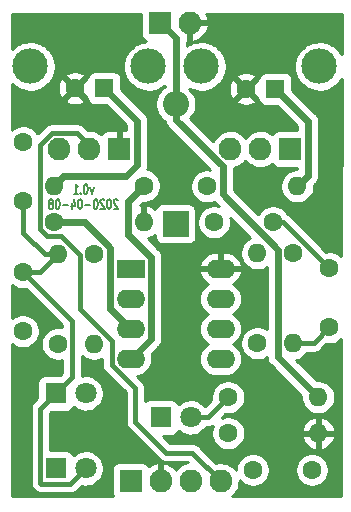
<source format=gbr>
%TF.GenerationSoftware,KiCad,Pcbnew,(5.99.0-1252-g0c2d08192)*%
%TF.CreationDate,2020-04-08T11:52:56+03:00*%
%TF.ProjectId,orkman,6f726b6d-616e-42e6-9b69-6361645f7063,rev?*%
%TF.SameCoordinates,Original*%
%TF.FileFunction,Copper,L2,Bot*%
%TF.FilePolarity,Positive*%
%FSLAX46Y46*%
G04 Gerber Fmt 4.6, Leading zero omitted, Abs format (unit mm)*
G04 Created by KiCad (PCBNEW (5.99.0-1252-g0c2d08192)) date 2020-04-08 11:52:56*
%MOMM*%
%LPD*%
G01*
G04 APERTURE LIST*
%TA.AperFunction,NonConductor*%
%ADD10C,0.130000*%
%TD*%
%TA.AperFunction,ComponentPad*%
%ADD11O,1.930400X1.930400*%
%TD*%
%TA.AperFunction,ComponentPad*%
%ADD12R,1.930400X1.930400*%
%TD*%
%TA.AperFunction,ComponentPad*%
%ADD13O,2.400000X1.600000*%
%TD*%
%TA.AperFunction,ComponentPad*%
%ADD14R,2.400000X1.600000*%
%TD*%
%TA.AperFunction,ComponentPad*%
%ADD15O,3.000000X3.000000*%
%TD*%
%TA.AperFunction,ComponentPad*%
%ADD16O,1.600000X1.600000*%
%TD*%
%TA.AperFunction,ComponentPad*%
%ADD17C,1.600000*%
%TD*%
%TA.AperFunction,ComponentPad*%
%ADD18O,2.200000X2.200000*%
%TD*%
%TA.AperFunction,ComponentPad*%
%ADD19R,2.200000X2.200000*%
%TD*%
%TA.AperFunction,ComponentPad*%
%ADD20C,1.800000*%
%TD*%
%TA.AperFunction,ComponentPad*%
%ADD21R,1.800000X1.800000*%
%TD*%
%TA.AperFunction,ComponentPad*%
%ADD22R,1.600000X1.600000*%
%TD*%
%TA.AperFunction,Conductor*%
%ADD23C,0.609600*%
%TD*%
%TA.AperFunction,Conductor*%
%ADD24C,0.381000*%
%TD*%
%TA.AperFunction,Conductor*%
%ADD25C,0.254000*%
%TD*%
G04 APERTURE END LIST*
D10*
X127666642Y-69923571D02*
X127523785Y-70456904D01*
X127380928Y-69923571D01*
X127038071Y-69656904D02*
X126980928Y-69656904D01*
X126923785Y-69695000D01*
X126895214Y-69733095D01*
X126866642Y-69809285D01*
X126838071Y-69961666D01*
X126838071Y-70152142D01*
X126866642Y-70304523D01*
X126895214Y-70380714D01*
X126923785Y-70418809D01*
X126980928Y-70456904D01*
X127038071Y-70456904D01*
X127095214Y-70418809D01*
X127123785Y-70380714D01*
X127152357Y-70304523D01*
X127180928Y-70152142D01*
X127180928Y-69961666D01*
X127152357Y-69809285D01*
X127123785Y-69733095D01*
X127095214Y-69695000D01*
X127038071Y-69656904D01*
X126580928Y-70380714D02*
X126552357Y-70418809D01*
X126580928Y-70456904D01*
X126609500Y-70418809D01*
X126580928Y-70380714D01*
X126580928Y-70456904D01*
X125980928Y-70456904D02*
X126323785Y-70456904D01*
X126152357Y-70456904D02*
X126152357Y-69656904D01*
X126209500Y-69771190D01*
X126266642Y-69847380D01*
X126323785Y-69885476D01*
X129723785Y-71021095D02*
X129695214Y-70983000D01*
X129638071Y-70944904D01*
X129495214Y-70944904D01*
X129438071Y-70983000D01*
X129409500Y-71021095D01*
X129380928Y-71097285D01*
X129380928Y-71173476D01*
X129409500Y-71287761D01*
X129752357Y-71744904D01*
X129380928Y-71744904D01*
X129009500Y-70944904D02*
X128952357Y-70944904D01*
X128895214Y-70983000D01*
X128866642Y-71021095D01*
X128838071Y-71097285D01*
X128809500Y-71249666D01*
X128809500Y-71440142D01*
X128838071Y-71592523D01*
X128866642Y-71668714D01*
X128895214Y-71706809D01*
X128952357Y-71744904D01*
X129009500Y-71744904D01*
X129066642Y-71706809D01*
X129095214Y-71668714D01*
X129123785Y-71592523D01*
X129152357Y-71440142D01*
X129152357Y-71249666D01*
X129123785Y-71097285D01*
X129095214Y-71021095D01*
X129066642Y-70983000D01*
X129009500Y-70944904D01*
X128580928Y-71021095D02*
X128552357Y-70983000D01*
X128495214Y-70944904D01*
X128352357Y-70944904D01*
X128295214Y-70983000D01*
X128266642Y-71021095D01*
X128238071Y-71097285D01*
X128238071Y-71173476D01*
X128266642Y-71287761D01*
X128609500Y-71744904D01*
X128238071Y-71744904D01*
X127866642Y-70944904D02*
X127809500Y-70944904D01*
X127752357Y-70983000D01*
X127723785Y-71021095D01*
X127695214Y-71097285D01*
X127666642Y-71249666D01*
X127666642Y-71440142D01*
X127695214Y-71592523D01*
X127723785Y-71668714D01*
X127752357Y-71706809D01*
X127809500Y-71744904D01*
X127866642Y-71744904D01*
X127923785Y-71706809D01*
X127952357Y-71668714D01*
X127980928Y-71592523D01*
X128009500Y-71440142D01*
X128009500Y-71249666D01*
X127980928Y-71097285D01*
X127952357Y-71021095D01*
X127923785Y-70983000D01*
X127866642Y-70944904D01*
X127409500Y-71440142D02*
X126952357Y-71440142D01*
X126552357Y-70944904D02*
X126495214Y-70944904D01*
X126438071Y-70983000D01*
X126409500Y-71021095D01*
X126380928Y-71097285D01*
X126352357Y-71249666D01*
X126352357Y-71440142D01*
X126380928Y-71592523D01*
X126409500Y-71668714D01*
X126438071Y-71706809D01*
X126495214Y-71744904D01*
X126552357Y-71744904D01*
X126609500Y-71706809D01*
X126638071Y-71668714D01*
X126666642Y-71592523D01*
X126695214Y-71440142D01*
X126695214Y-71249666D01*
X126666642Y-71097285D01*
X126638071Y-71021095D01*
X126609500Y-70983000D01*
X126552357Y-70944904D01*
X125838071Y-71211571D02*
X125838071Y-71744904D01*
X125980928Y-70906809D02*
X126123785Y-71478238D01*
X125752357Y-71478238D01*
X125523785Y-71440142D02*
X125066642Y-71440142D01*
X124666642Y-70944904D02*
X124609500Y-70944904D01*
X124552357Y-70983000D01*
X124523785Y-71021095D01*
X124495214Y-71097285D01*
X124466642Y-71249666D01*
X124466642Y-71440142D01*
X124495214Y-71592523D01*
X124523785Y-71668714D01*
X124552357Y-71706809D01*
X124609500Y-71744904D01*
X124666642Y-71744904D01*
X124723785Y-71706809D01*
X124752357Y-71668714D01*
X124780928Y-71592523D01*
X124809500Y-71440142D01*
X124809500Y-71249666D01*
X124780928Y-71097285D01*
X124752357Y-71021095D01*
X124723785Y-70983000D01*
X124666642Y-70944904D01*
X124123785Y-71287761D02*
X124180928Y-71249666D01*
X124209500Y-71211571D01*
X124238071Y-71135380D01*
X124238071Y-71097285D01*
X124209500Y-71021095D01*
X124180928Y-70983000D01*
X124123785Y-70944904D01*
X124009500Y-70944904D01*
X123952357Y-70983000D01*
X123923785Y-71021095D01*
X123895214Y-71097285D01*
X123895214Y-71135380D01*
X123923785Y-71211571D01*
X123952357Y-71249666D01*
X124009500Y-71287761D01*
X124123785Y-71287761D01*
X124180928Y-71325857D01*
X124209500Y-71363952D01*
X124238071Y-71440142D01*
X124238071Y-71592523D01*
X124209500Y-71668714D01*
X124180928Y-71706809D01*
X124123785Y-71744904D01*
X124009500Y-71744904D01*
X123952357Y-71706809D01*
X123923785Y-71668714D01*
X123895214Y-71592523D01*
X123895214Y-71440142D01*
X123923785Y-71363952D01*
X123952357Y-71325857D01*
X124009500Y-71287761D01*
D11*
%TO.P,J2,2,GND*%
%TO.N,GND*%
X135826500Y-56007000D03*
D12*
%TO.P,J2,1,PWR*%
%TO.N,VIN*%
X133286500Y-56007000D03*
%TD*%
D13*
%TO.P,U1,8,V+*%
%TO.N,GND*%
X138430000Y-76835000D03*
%TO.P,U1,4,V-*%
%TO.N,+9V*%
X130810000Y-84455000D03*
%TO.P,U1,7*%
%TO.N,Net-(C2-Pad2)*%
X138430000Y-79375000D03*
%TO.P,U1,3,+*%
%TO.N,VREF*%
X130810000Y-81915000D03*
%TO.P,U1,6,-*%
%TO.N,Net-(C2-Pad1)*%
X138430000Y-81915000D03*
%TO.P,U1,2,-*%
%TO.N,Net-(C4-Pad1)*%
X130810000Y-79375000D03*
%TO.P,U1,5,+*%
%TO.N,VREF*%
X138430000Y-84455000D03*
D14*
%TO.P,U1,1*%
%TO.N,Net-(C4-Pad2)*%
X130810000Y-76835000D03*
%TD*%
D15*
%TO.P,RV2,*%
%TO.N,*%
X132317500Y-59690000D03*
X122317500Y-59690000D03*
D11*
%TO.P,RV2,3,3*%
%TO.N,Net-(C5-Pad2)*%
X124777500Y-66690000D03*
%TO.P,RV2,2,2*%
%TO.N,OUT*%
X127317500Y-66690000D03*
D12*
%TO.P,RV2,1,1*%
%TO.N,GND*%
X129857500Y-66690000D03*
%TD*%
D15*
%TO.P,RV1,*%
%TO.N,*%
X146795500Y-59690000D03*
X136795500Y-59690000D03*
D11*
%TO.P,RV1,3,3*%
%TO.N,Net-(R2-Pad1)*%
X139255500Y-66690000D03*
%TO.P,RV1,2,2*%
X141795500Y-66690000D03*
D12*
%TO.P,RV1,1,1*%
%TO.N,Net-(C1-Pad2)*%
X144335500Y-66690000D03*
%TD*%
D16*
%TO.P,R9,2*%
%TO.N,GND*%
X131927600Y-72847200D03*
D17*
%TO.P,R9,1*%
%TO.N,VREF*%
X124307600Y-72847200D03*
%TD*%
D16*
%TO.P,R8,2*%
%TO.N,VREF*%
X124307600Y-69799200D03*
D17*
%TO.P,R8,1*%
%TO.N,+9V*%
X131927600Y-69799200D03*
%TD*%
D16*
%TO.P,R7,2*%
%TO.N,+9V*%
X144907000Y-69850000D03*
D17*
%TO.P,R7,1*%
%TO.N,Net-(D4-Pad1)*%
X137287000Y-69850000D03*
%TD*%
D16*
%TO.P,R6,2*%
%TO.N,VIN*%
X146685000Y-87693500D03*
D17*
%TO.P,R6,1*%
%TO.N,Net-(D3-Pad2)*%
X139065000Y-87693500D03*
%TD*%
D16*
%TO.P,R5,2*%
%TO.N,Net-(C4-Pad2)*%
X124650500Y-75565000D03*
D17*
%TO.P,R5,1*%
%TO.N,Net-(C4-Pad1)*%
X124650500Y-83185000D03*
%TD*%
D16*
%TO.P,R4,2*%
%TO.N,Net-(C4-Pad1)*%
X127711200Y-83185000D03*
D17*
%TO.P,R4,1*%
%TO.N,Net-(C3-Pad2)*%
X127711200Y-75565000D03*
%TD*%
D16*
%TO.P,R3,2*%
%TO.N,Net-(C2-Pad2)*%
X141541500Y-75501500D03*
D17*
%TO.P,R3,1*%
%TO.N,Net-(C2-Pad1)*%
X141541500Y-83121500D03*
%TD*%
D16*
%TO.P,R2,2*%
%TO.N,Net-(C2-Pad1)*%
X144589500Y-83121500D03*
D17*
%TO.P,R2,1*%
%TO.N,Net-(R2-Pad1)*%
X144589500Y-75501500D03*
%TD*%
D16*
%TO.P,R1,2*%
%TO.N,GND*%
X146685000Y-90741500D03*
D17*
%TO.P,R1,1*%
%TO.N,IN*%
X139065000Y-90741500D03*
%TD*%
D11*
%TO.P,J1,4,OUT*%
%TO.N,OUT*%
X138430000Y-94805500D03*
%TO.P,J1,3,SW*%
%TO.N,LED-*%
X135890000Y-94805500D03*
%TO.P,J1,2,GND*%
%TO.N,GND*%
X133350000Y-94805500D03*
D12*
%TO.P,J1,1,IN*%
%TO.N,IN*%
X130810000Y-94805500D03*
%TD*%
D18*
%TO.P,D4,2,A*%
%TO.N,VIN*%
X134620000Y-62865000D03*
D19*
%TO.P,D4,1,K*%
%TO.N,Net-(D4-Pad1)*%
X134620000Y-73025000D03*
%TD*%
D20*
%TO.P,D3,2,A*%
%TO.N,Net-(D3-Pad2)*%
X135890000Y-89408000D03*
D21*
%TO.P,D3,1,K*%
%TO.N,LED-*%
X133350000Y-89408000D03*
%TD*%
D20*
%TO.P,D2,2,A*%
%TO.N,Net-(C4-Pad1)*%
X127000000Y-87376000D03*
D21*
%TO.P,D2,1,K*%
%TO.N,Net-(C4-Pad2)*%
X124460000Y-87376000D03*
%TD*%
D20*
%TO.P,D1,2,A*%
%TO.N,Net-(C4-Pad2)*%
X127000000Y-93726000D03*
D21*
%TO.P,D1,1,K*%
%TO.N,Net-(C4-Pad1)*%
X124460000Y-93726000D03*
%TD*%
D17*
%TO.P,C7,2*%
%TO.N,GND*%
X126087500Y-61531500D03*
D22*
%TO.P,C7,1*%
%TO.N,VREF*%
X128587500Y-61531500D03*
%TD*%
D17*
%TO.P,C6,2*%
%TO.N,GND*%
X140565500Y-61595000D03*
D22*
%TO.P,C6,1*%
%TO.N,+9V*%
X143065500Y-61595000D03*
%TD*%
D17*
%TO.P,C5,2*%
%TO.N,Net-(C5-Pad2)*%
X121716800Y-66120000D03*
%TO.P,C5,1*%
%TO.N,Net-(C4-Pad2)*%
X121716800Y-71120000D03*
%TD*%
%TO.P,C4,2*%
%TO.N,Net-(C4-Pad2)*%
X121666000Y-77105500D03*
%TO.P,C4,1*%
%TO.N,Net-(C4-Pad1)*%
X121666000Y-82105500D03*
%TD*%
%TO.P,C3,2*%
%TO.N,Net-(C3-Pad2)*%
X137875000Y-72898000D03*
%TO.P,C3,1*%
%TO.N,Net-(C2-Pad2)*%
X142875000Y-72898000D03*
%TD*%
%TO.P,C2,2*%
%TO.N,Net-(C2-Pad2)*%
X147637500Y-76788000D03*
%TO.P,C2,1*%
%TO.N,Net-(C2-Pad1)*%
X147637500Y-81788000D03*
%TD*%
%TO.P,C1,2*%
%TO.N,Net-(C1-Pad2)*%
X146160500Y-93853000D03*
%TO.P,C1,1*%
%TO.N,IN*%
X141160500Y-93853000D03*
%TD*%
D23*
%TO.N,VIN*%
X146685000Y-87693500D02*
X143284699Y-84293199D01*
X143284699Y-84293199D02*
X143284699Y-75212699D01*
X143284699Y-75212699D02*
X138591801Y-70519801D01*
X138591801Y-70519801D02*
X138591801Y-68160001D01*
X134620000Y-64188200D02*
X134620000Y-62865000D01*
X138591801Y-68160001D02*
X134620000Y-64188200D01*
D24*
%TO.N,Net-(C2-Pad2)*%
X147637500Y-76788000D02*
X143747500Y-72898000D01*
X143747500Y-72898000D02*
X142875000Y-72898000D01*
%TO.N,Net-(C4-Pad2)*%
X127000000Y-93726000D02*
X125709499Y-95016501D01*
X125709499Y-95016501D02*
X123247599Y-95016501D01*
X123247599Y-95016501D02*
X123169499Y-94938401D01*
X123169499Y-94938401D02*
X123169499Y-88666501D01*
X123169499Y-88666501D02*
X124460000Y-87376000D01*
X124460000Y-87376000D02*
X125841001Y-85994999D01*
X125841001Y-85994999D02*
X125841001Y-81280501D01*
X125841001Y-81280501D02*
X121666000Y-77105500D01*
D23*
%TO.N,+9V*%
X143065500Y-61595000D02*
X145805501Y-64335001D01*
X145805501Y-64335001D02*
X145805501Y-68951499D01*
X145805501Y-68951499D02*
X144907000Y-69850000D01*
%TO.N,VREF*%
X124307600Y-69799200D02*
X125107599Y-68999201D01*
X125107599Y-68999201D02*
X130387341Y-68999201D01*
X130387341Y-68999201D02*
X131327501Y-68059041D01*
X131327501Y-68059041D02*
X131327501Y-64271501D01*
X131327501Y-64271501D02*
X128587500Y-61531500D01*
D24*
%TO.N,OUT*%
X123117099Y-66661463D02*
X123117099Y-67046599D01*
X125961799Y-65334299D02*
X124126763Y-65334299D01*
X123117099Y-67046599D02*
X123117099Y-71700901D01*
X124126763Y-65334299D02*
X123117099Y-66343963D01*
X123117099Y-66343963D02*
X123117099Y-67046599D01*
D23*
%TO.N,VIN*%
X134620000Y-62865000D02*
X134620000Y-57277000D01*
X134620000Y-57277000D02*
X133350000Y-56007000D01*
D24*
%TO.N,OUT*%
X131209549Y-89770451D02*
X133831598Y-92392500D01*
X133831598Y-92392500D02*
X136017000Y-92392500D01*
X136017000Y-92392500D02*
X138430000Y-94805500D01*
%TO.N,Net-(D3-Pad2)*%
X135890000Y-89408000D02*
X137350500Y-89408000D01*
X137350500Y-89408000D02*
X139065000Y-87693500D01*
%TO.N,Net-(C2-Pad1)*%
X144589500Y-83121500D02*
X146304000Y-83121500D01*
X146304000Y-83121500D02*
X147637500Y-81788000D01*
%TO.N,OUT*%
X131209549Y-89770451D02*
X131209549Y-86950049D01*
X129219490Y-82931348D02*
X129219490Y-83759510D01*
X131209549Y-86950049D02*
X129219490Y-84959990D01*
X129219490Y-84959990D02*
X129219490Y-83759510D01*
%TO.N,Net-(C4-Pad2)*%
X124650500Y-75565000D02*
X123519130Y-75565000D01*
X123519130Y-75565000D02*
X121716800Y-73762670D01*
X121716800Y-73762670D02*
X121716800Y-71120000D01*
%TO.N,OUT*%
X126522071Y-80233929D02*
X129219490Y-82931348D01*
X123736159Y-74037701D02*
X123117099Y-73418641D01*
X126522071Y-80233929D02*
X126520699Y-80232557D01*
X126520699Y-80232557D02*
X126520699Y-75679359D01*
X124879041Y-74037701D02*
X123736159Y-74037701D01*
X126520699Y-75679359D02*
X124879041Y-74037701D01*
X123117099Y-73418641D02*
X123117099Y-71700901D01*
X127635000Y-66690000D02*
X126279299Y-65334299D01*
X126279299Y-65334299D02*
X124444263Y-65334299D01*
%TO.N,Net-(C4-Pad2)*%
X121666000Y-77105500D02*
X123110000Y-77105500D01*
X123110000Y-77105500D02*
X124650500Y-75565000D01*
D23*
%TO.N,VREF*%
X130810000Y-81915000D02*
X129105199Y-80210199D01*
X129105199Y-75027893D02*
X126924506Y-72847200D01*
X126924506Y-72847200D02*
X124307600Y-72847200D01*
X129105199Y-80210199D02*
X129105199Y-75027893D01*
%TO.N,+9V*%
X131927600Y-69799200D02*
X130622799Y-71104001D01*
X132514810Y-82750190D02*
X130810000Y-84455000D01*
X130622799Y-71104001D02*
X130622799Y-73929999D01*
X132514810Y-75822010D02*
X132514810Y-82750190D01*
X130622799Y-73929999D02*
X132514810Y-75822010D01*
%TD*%
%TO.N,GND*%
G36*
X120836119Y-78281101D02*
G01*
X120845132Y-78287412D01*
X121052868Y-78407348D01*
X121062840Y-78411998D01*
X121288247Y-78494040D01*
X121298874Y-78496887D01*
X121535103Y-78538541D01*
X121546064Y-78539500D01*
X121785936Y-78539500D01*
X121796897Y-78538541D01*
X121910215Y-78518560D01*
X125014502Y-81622848D01*
X125014502Y-81793062D01*
X124781397Y-81751959D01*
X124770436Y-81751000D01*
X124530564Y-81751000D01*
X124519603Y-81751959D01*
X124283374Y-81793613D01*
X124272747Y-81796460D01*
X124047340Y-81878502D01*
X124037368Y-81883152D01*
X123829632Y-82003088D01*
X123820619Y-82009399D01*
X123636866Y-82163587D01*
X123629087Y-82171366D01*
X123474899Y-82355119D01*
X123468588Y-82364132D01*
X123348652Y-82571868D01*
X123344002Y-82581840D01*
X123261960Y-82807247D01*
X123259113Y-82817874D01*
X123217459Y-83054103D01*
X123216500Y-83065064D01*
X123216500Y-83304936D01*
X123217459Y-83315897D01*
X123259113Y-83552126D01*
X123261960Y-83562753D01*
X123344002Y-83788160D01*
X123348652Y-83798132D01*
X123468588Y-84005868D01*
X123474899Y-84014881D01*
X123629087Y-84198634D01*
X123636866Y-84206413D01*
X123820619Y-84360601D01*
X123829632Y-84366912D01*
X124037368Y-84486848D01*
X124047340Y-84491498D01*
X124272747Y-84573540D01*
X124283374Y-84576387D01*
X124519603Y-84618041D01*
X124530564Y-84619000D01*
X124770436Y-84619000D01*
X124781397Y-84618041D01*
X125014501Y-84576938D01*
X125014501Y-85652651D01*
X124832990Y-85834163D01*
X123551742Y-85834163D01*
X123535366Y-85836319D01*
X123256142Y-85911137D01*
X123231662Y-85923880D01*
X123075410Y-86054990D01*
X123061239Y-86071879D01*
X122960641Y-86246120D01*
X122953100Y-86266837D01*
X122919122Y-86459538D01*
X122918163Y-86470499D01*
X122918163Y-87748992D01*
X122650553Y-88016602D01*
X122635997Y-88025786D01*
X122622325Y-88037422D01*
X122566326Y-88100829D01*
X122546342Y-88120812D01*
X122540470Y-88127585D01*
X122527993Y-88144232D01*
X122477613Y-88201277D01*
X122467756Y-88216283D01*
X122457295Y-88238563D01*
X122442531Y-88258263D01*
X122433909Y-88274011D01*
X122407190Y-88345284D01*
X122374768Y-88414341D01*
X122369460Y-88431895D01*
X122365971Y-88455236D01*
X122357172Y-88478710D01*
X122353317Y-88496244D01*
X122346862Y-88583103D01*
X122343693Y-88604306D01*
X122343000Y-88613629D01*
X122343000Y-88635076D01*
X122337117Y-88714250D01*
X122338338Y-88732161D01*
X122343000Y-88754000D01*
X122342999Y-94845810D01*
X122339202Y-94862591D01*
X122337762Y-94880487D01*
X122342999Y-94964896D01*
X122342999Y-94993178D01*
X122343636Y-95002120D01*
X122346587Y-95022726D01*
X122351299Y-95098675D01*
X122354939Y-95116254D01*
X122363297Y-95139407D01*
X122366787Y-95163777D01*
X122371826Y-95181009D01*
X122403330Y-95250298D01*
X122429235Y-95322057D01*
X122437895Y-95338224D01*
X122451934Y-95357196D01*
X122462307Y-95380012D01*
X122471980Y-95395137D01*
X122528829Y-95461115D01*
X122541587Y-95478355D01*
X122547690Y-95485438D01*
X122562851Y-95500598D01*
X122614679Y-95560747D01*
X122628205Y-95572548D01*
X122629563Y-95573428D01*
X122681936Y-95619683D01*
X122701910Y-95639658D01*
X122708685Y-95645531D01*
X122725323Y-95658001D01*
X122782374Y-95708387D01*
X122797379Y-95718244D01*
X122819666Y-95728708D01*
X122839363Y-95743470D01*
X122855110Y-95752091D01*
X122926360Y-95778800D01*
X122995438Y-95811233D01*
X123012993Y-95816541D01*
X123036342Y-95820031D01*
X123059808Y-95828827D01*
X123077342Y-95832682D01*
X123164168Y-95839135D01*
X123185400Y-95842308D01*
X123194726Y-95843001D01*
X123216191Y-95843001D01*
X123295347Y-95848883D01*
X123313258Y-95847662D01*
X123335093Y-95843001D01*
X125616908Y-95843001D01*
X125633689Y-95846798D01*
X125651585Y-95848238D01*
X125735994Y-95843001D01*
X125764277Y-95843001D01*
X125773218Y-95842364D01*
X125793824Y-95839414D01*
X125869773Y-95834701D01*
X125887353Y-95831060D01*
X125910500Y-95822704D01*
X125934875Y-95819213D01*
X125952108Y-95814174D01*
X126021395Y-95782670D01*
X126093154Y-95756765D01*
X126109322Y-95748105D01*
X126128291Y-95734068D01*
X126151111Y-95723693D01*
X126166236Y-95714020D01*
X126232216Y-95657168D01*
X126249453Y-95644413D01*
X126256536Y-95638310D01*
X126271693Y-95623152D01*
X126331846Y-95571321D01*
X126343647Y-95557794D01*
X126355798Y-95539048D01*
X126666782Y-95228064D01*
X126907417Y-95262312D01*
X126918072Y-95262917D01*
X127167593Y-95255948D01*
X127178198Y-95254749D01*
X127422977Y-95205837D01*
X127433228Y-95202868D01*
X127666267Y-95113413D01*
X127675871Y-95108760D01*
X127890506Y-94981319D01*
X127899188Y-94975114D01*
X128089283Y-94813331D01*
X128096796Y-94805752D01*
X128256914Y-94614254D01*
X128263042Y-94605517D01*
X128388606Y-94389779D01*
X128393175Y-94380134D01*
X128480593Y-94146323D01*
X128483471Y-94136046D01*
X128530302Y-93890553D01*
X128531417Y-93879330D01*
X128534078Y-93602098D01*
X128533179Y-93590856D01*
X128491070Y-93344508D01*
X128488389Y-93334178D01*
X128405476Y-93098732D01*
X128401092Y-93089001D01*
X128279694Y-92870892D01*
X128273734Y-92862039D01*
X128117322Y-92667502D01*
X128109956Y-92659780D01*
X127923003Y-92494378D01*
X127914440Y-92488007D01*
X127702291Y-92356470D01*
X127692778Y-92351633D01*
X127461500Y-92257721D01*
X127451308Y-92254556D01*
X127207513Y-92200954D01*
X127196934Y-92199552D01*
X126947592Y-92187794D01*
X126936928Y-92188194D01*
X126689170Y-92218614D01*
X126678725Y-92220806D01*
X126439635Y-92292537D01*
X126429709Y-92296457D01*
X126206123Y-92407446D01*
X126197000Y-92412982D01*
X125995311Y-92560056D01*
X125987250Y-92567051D01*
X125947774Y-92607645D01*
X125924863Y-92522142D01*
X125912120Y-92497662D01*
X125781010Y-92341410D01*
X125764121Y-92327239D01*
X125589880Y-92226641D01*
X125569163Y-92219100D01*
X125376462Y-92185122D01*
X125365501Y-92184163D01*
X123995999Y-92184163D01*
X123995999Y-89008846D01*
X124087008Y-88917837D01*
X125368258Y-88917837D01*
X125384634Y-88915681D01*
X125663859Y-88840863D01*
X125688339Y-88828120D01*
X125844590Y-88697010D01*
X125858761Y-88680121D01*
X125958221Y-88507850D01*
X125965187Y-88515294D01*
X125973112Y-88522442D01*
X126171941Y-88673361D01*
X126180957Y-88679071D01*
X126402371Y-88794332D01*
X126412220Y-88798442D01*
X126649889Y-88874749D01*
X126660290Y-88877140D01*
X126907417Y-88912312D01*
X126918072Y-88912917D01*
X127167593Y-88905948D01*
X127178198Y-88904749D01*
X127422977Y-88855837D01*
X127433228Y-88852868D01*
X127666267Y-88763413D01*
X127675871Y-88758760D01*
X127890506Y-88631319D01*
X127899188Y-88625114D01*
X128089283Y-88463331D01*
X128096796Y-88455752D01*
X128256914Y-88264254D01*
X128263042Y-88255517D01*
X128388606Y-88039779D01*
X128393175Y-88030134D01*
X128480593Y-87796323D01*
X128483471Y-87786046D01*
X128530302Y-87540553D01*
X128531417Y-87529330D01*
X128534078Y-87252098D01*
X128533179Y-87240856D01*
X128491070Y-86994508D01*
X128488389Y-86984178D01*
X128405476Y-86748732D01*
X128401092Y-86739001D01*
X128279694Y-86520892D01*
X128273734Y-86512039D01*
X128117322Y-86317502D01*
X128109956Y-86309780D01*
X127923003Y-86144378D01*
X127914440Y-86138007D01*
X127702291Y-86006470D01*
X127692778Y-86001633D01*
X127461500Y-85907721D01*
X127451308Y-85904556D01*
X127207513Y-85850954D01*
X127196934Y-85849552D01*
X126947592Y-85837794D01*
X126936928Y-85838194D01*
X126689170Y-85868614D01*
X126678726Y-85870806D01*
X126667501Y-85874174D01*
X126667501Y-84172075D01*
X126689787Y-84198634D01*
X126697566Y-84206413D01*
X126881319Y-84360601D01*
X126890332Y-84366912D01*
X127098068Y-84486848D01*
X127108040Y-84491498D01*
X127333447Y-84573540D01*
X127344074Y-84576387D01*
X127580303Y-84618041D01*
X127591264Y-84619000D01*
X127831136Y-84619000D01*
X127842097Y-84618041D01*
X128078326Y-84576387D01*
X128088953Y-84573540D01*
X128314360Y-84491498D01*
X128324332Y-84486848D01*
X128392991Y-84447208D01*
X128392990Y-84867400D01*
X128389193Y-84884181D01*
X128387753Y-84902076D01*
X128392990Y-84986485D01*
X128392990Y-85014767D01*
X128393627Y-85023709D01*
X128396578Y-85044315D01*
X128401290Y-85120264D01*
X128404930Y-85137843D01*
X128413288Y-85160996D01*
X128416778Y-85185366D01*
X128421817Y-85202598D01*
X128453321Y-85271887D01*
X128479226Y-85343646D01*
X128487886Y-85359813D01*
X128501925Y-85378785D01*
X128512298Y-85401601D01*
X128521971Y-85416726D01*
X128578820Y-85482704D01*
X128591578Y-85499944D01*
X128597681Y-85507027D01*
X128612842Y-85522187D01*
X128664670Y-85582337D01*
X128678199Y-85594139D01*
X128696944Y-85606289D01*
X130383050Y-87292396D01*
X130383049Y-89677861D01*
X130379252Y-89694642D01*
X130377812Y-89712537D01*
X130383049Y-89796946D01*
X130383049Y-89825228D01*
X130383686Y-89834170D01*
X130386637Y-89854776D01*
X130391349Y-89930725D01*
X130394989Y-89948304D01*
X130403347Y-89971457D01*
X130406837Y-89995827D01*
X130411876Y-90013059D01*
X130443380Y-90082348D01*
X130469285Y-90154107D01*
X130477945Y-90170274D01*
X130491984Y-90189246D01*
X130502357Y-90212062D01*
X130512030Y-90227187D01*
X130568879Y-90293165D01*
X130581637Y-90310405D01*
X130587740Y-90317488D01*
X130602901Y-90332648D01*
X130654729Y-90392798D01*
X130668258Y-90404600D01*
X130687003Y-90416750D01*
X133181700Y-92911448D01*
X133190884Y-92926004D01*
X133202519Y-92939675D01*
X133265926Y-92995674D01*
X133285909Y-93015658D01*
X133292684Y-93021532D01*
X133309326Y-93034003D01*
X133366373Y-93084386D01*
X133381379Y-93094243D01*
X133403663Y-93104705D01*
X133423359Y-93119467D01*
X133439107Y-93128089D01*
X133510363Y-93154802D01*
X133579438Y-93187232D01*
X133596992Y-93192540D01*
X133620340Y-93196030D01*
X133643806Y-93204826D01*
X133661339Y-93208681D01*
X133748167Y-93215134D01*
X133769403Y-93218307D01*
X133778726Y-93219000D01*
X133800190Y-93219000D01*
X133879346Y-93224882D01*
X133897258Y-93223661D01*
X133919092Y-93219000D01*
X135651987Y-93219000D01*
X135642229Y-93220493D01*
X135396513Y-93279031D01*
X135386683Y-93282243D01*
X135153827Y-93380127D01*
X135144654Y-93384902D01*
X134930912Y-93519503D01*
X134922642Y-93525712D01*
X134733754Y-93693414D01*
X134726609Y-93700891D01*
X134619627Y-93833003D01*
X134540031Y-93729646D01*
X134533072Y-93721997D01*
X134348337Y-93549729D01*
X134340221Y-93543319D01*
X134129832Y-93403536D01*
X134120778Y-93398538D01*
X133890383Y-93294995D01*
X133880634Y-93291543D01*
X133636423Y-93227019D01*
X133626242Y-93225206D01*
X133560402Y-93218982D01*
X133478000Y-93293961D01*
X133478000Y-94933500D01*
X133222000Y-94933500D01*
X133222000Y-93290457D01*
X133126184Y-93214786D01*
X132856513Y-93279031D01*
X132846683Y-93282243D01*
X132613827Y-93380127D01*
X132604654Y-93384902D01*
X132390912Y-93519503D01*
X132382642Y-93525712D01*
X132345923Y-93558312D01*
X132340063Y-93536442D01*
X132327320Y-93511962D01*
X132196210Y-93355710D01*
X132179321Y-93341539D01*
X132005080Y-93240941D01*
X131984363Y-93233400D01*
X131791662Y-93199422D01*
X131780701Y-93198463D01*
X129836542Y-93198463D01*
X129820166Y-93200619D01*
X129540942Y-93275437D01*
X129516462Y-93288180D01*
X129360210Y-93419290D01*
X129346039Y-93436179D01*
X129245441Y-93610420D01*
X129237900Y-93631137D01*
X129203922Y-93823838D01*
X129202963Y-93834799D01*
X129202963Y-95778958D01*
X129205119Y-95795334D01*
X129279937Y-96074559D01*
X129280947Y-96076500D01*
X120763491Y-96076500D01*
X120767368Y-83223412D01*
X120836119Y-83281101D01*
X120845132Y-83287412D01*
X121052868Y-83407348D01*
X121062840Y-83411998D01*
X121288247Y-83494040D01*
X121298874Y-83496887D01*
X121535103Y-83538541D01*
X121546064Y-83539500D01*
X121785936Y-83539500D01*
X121796897Y-83538541D01*
X122033126Y-83496887D01*
X122043753Y-83494040D01*
X122269160Y-83411998D01*
X122279132Y-83407348D01*
X122486868Y-83287412D01*
X122495881Y-83281101D01*
X122679634Y-83126913D01*
X122687413Y-83119134D01*
X122841601Y-82935381D01*
X122847912Y-82926368D01*
X122967848Y-82718632D01*
X122972498Y-82708660D01*
X123054540Y-82483253D01*
X123057387Y-82472626D01*
X123099041Y-82236397D01*
X123100000Y-82225436D01*
X123100000Y-81985564D01*
X123099041Y-81974603D01*
X123057387Y-81738374D01*
X123054540Y-81727747D01*
X122972498Y-81502340D01*
X122967848Y-81492368D01*
X122847912Y-81284632D01*
X122841601Y-81275619D01*
X122687413Y-81091866D01*
X122679634Y-81084087D01*
X122495881Y-80929899D01*
X122486868Y-80923588D01*
X122279132Y-80803652D01*
X122269160Y-80799002D01*
X122043753Y-80716960D01*
X122033126Y-80714113D01*
X121796897Y-80672459D01*
X121785936Y-80671500D01*
X121546064Y-80671500D01*
X121535103Y-80672459D01*
X121298874Y-80714113D01*
X121288247Y-80716960D01*
X121062840Y-80799002D01*
X121052868Y-80803652D01*
X120845132Y-80923588D01*
X120836119Y-80929899D01*
X120768043Y-80987022D01*
X120768876Y-78224677D01*
X120836119Y-78281101D01*
G37*
D25*
X120836119Y-78281101D02*
X120845132Y-78287412D01*
X121052868Y-78407348D01*
X121062840Y-78411998D01*
X121288247Y-78494040D01*
X121298874Y-78496887D01*
X121535103Y-78538541D01*
X121546064Y-78539500D01*
X121785936Y-78539500D01*
X121796897Y-78538541D01*
X121910215Y-78518560D01*
X125014502Y-81622848D01*
X125014502Y-81793062D01*
X124781397Y-81751959D01*
X124770436Y-81751000D01*
X124530564Y-81751000D01*
X124519603Y-81751959D01*
X124283374Y-81793613D01*
X124272747Y-81796460D01*
X124047340Y-81878502D01*
X124037368Y-81883152D01*
X123829632Y-82003088D01*
X123820619Y-82009399D01*
X123636866Y-82163587D01*
X123629087Y-82171366D01*
X123474899Y-82355119D01*
X123468588Y-82364132D01*
X123348652Y-82571868D01*
X123344002Y-82581840D01*
X123261960Y-82807247D01*
X123259113Y-82817874D01*
X123217459Y-83054103D01*
X123216500Y-83065064D01*
X123216500Y-83304936D01*
X123217459Y-83315897D01*
X123259113Y-83552126D01*
X123261960Y-83562753D01*
X123344002Y-83788160D01*
X123348652Y-83798132D01*
X123468588Y-84005868D01*
X123474899Y-84014881D01*
X123629087Y-84198634D01*
X123636866Y-84206413D01*
X123820619Y-84360601D01*
X123829632Y-84366912D01*
X124037368Y-84486848D01*
X124047340Y-84491498D01*
X124272747Y-84573540D01*
X124283374Y-84576387D01*
X124519603Y-84618041D01*
X124530564Y-84619000D01*
X124770436Y-84619000D01*
X124781397Y-84618041D01*
X125014501Y-84576938D01*
X125014501Y-85652651D01*
X124832990Y-85834163D01*
X123551742Y-85834163D01*
X123535366Y-85836319D01*
X123256142Y-85911137D01*
X123231662Y-85923880D01*
X123075410Y-86054990D01*
X123061239Y-86071879D01*
X122960641Y-86246120D01*
X122953100Y-86266837D01*
X122919122Y-86459538D01*
X122918163Y-86470499D01*
X122918163Y-87748992D01*
X122650553Y-88016602D01*
X122635997Y-88025786D01*
X122622325Y-88037422D01*
X122566326Y-88100829D01*
X122546342Y-88120812D01*
X122540470Y-88127585D01*
X122527993Y-88144232D01*
X122477613Y-88201277D01*
X122467756Y-88216283D01*
X122457295Y-88238563D01*
X122442531Y-88258263D01*
X122433909Y-88274011D01*
X122407190Y-88345284D01*
X122374768Y-88414341D01*
X122369460Y-88431895D01*
X122365971Y-88455236D01*
X122357172Y-88478710D01*
X122353317Y-88496244D01*
X122346862Y-88583103D01*
X122343693Y-88604306D01*
X122343000Y-88613629D01*
X122343000Y-88635076D01*
X122337117Y-88714250D01*
X122338338Y-88732161D01*
X122343000Y-88754000D01*
X122342999Y-94845810D01*
X122339202Y-94862591D01*
X122337762Y-94880487D01*
X122342999Y-94964896D01*
X122342999Y-94993178D01*
X122343636Y-95002120D01*
X122346587Y-95022726D01*
X122351299Y-95098675D01*
X122354939Y-95116254D01*
X122363297Y-95139407D01*
X122366787Y-95163777D01*
X122371826Y-95181009D01*
X122403330Y-95250298D01*
X122429235Y-95322057D01*
X122437895Y-95338224D01*
X122451934Y-95357196D01*
X122462307Y-95380012D01*
X122471980Y-95395137D01*
X122528829Y-95461115D01*
X122541587Y-95478355D01*
X122547690Y-95485438D01*
X122562851Y-95500598D01*
X122614679Y-95560747D01*
X122628205Y-95572548D01*
X122629563Y-95573428D01*
X122681936Y-95619683D01*
X122701910Y-95639658D01*
X122708685Y-95645531D01*
X122725323Y-95658001D01*
X122782374Y-95708387D01*
X122797379Y-95718244D01*
X122819666Y-95728708D01*
X122839363Y-95743470D01*
X122855110Y-95752091D01*
X122926360Y-95778800D01*
X122995438Y-95811233D01*
X123012993Y-95816541D01*
X123036342Y-95820031D01*
X123059808Y-95828827D01*
X123077342Y-95832682D01*
X123164168Y-95839135D01*
X123185400Y-95842308D01*
X123194726Y-95843001D01*
X123216191Y-95843001D01*
X123295347Y-95848883D01*
X123313258Y-95847662D01*
X123335093Y-95843001D01*
X125616908Y-95843001D01*
X125633689Y-95846798D01*
X125651585Y-95848238D01*
X125735994Y-95843001D01*
X125764277Y-95843001D01*
X125773218Y-95842364D01*
X125793824Y-95839414D01*
X125869773Y-95834701D01*
X125887353Y-95831060D01*
X125910500Y-95822704D01*
X125934875Y-95819213D01*
X125952108Y-95814174D01*
X126021395Y-95782670D01*
X126093154Y-95756765D01*
X126109322Y-95748105D01*
X126128291Y-95734068D01*
X126151111Y-95723693D01*
X126166236Y-95714020D01*
X126232216Y-95657168D01*
X126249453Y-95644413D01*
X126256536Y-95638310D01*
X126271693Y-95623152D01*
X126331846Y-95571321D01*
X126343647Y-95557794D01*
X126355798Y-95539048D01*
X126666782Y-95228064D01*
X126907417Y-95262312D01*
X126918072Y-95262917D01*
X127167593Y-95255948D01*
X127178198Y-95254749D01*
X127422977Y-95205837D01*
X127433228Y-95202868D01*
X127666267Y-95113413D01*
X127675871Y-95108760D01*
X127890506Y-94981319D01*
X127899188Y-94975114D01*
X128089283Y-94813331D01*
X128096796Y-94805752D01*
X128256914Y-94614254D01*
X128263042Y-94605517D01*
X128388606Y-94389779D01*
X128393175Y-94380134D01*
X128480593Y-94146323D01*
X128483471Y-94136046D01*
X128530302Y-93890553D01*
X128531417Y-93879330D01*
X128534078Y-93602098D01*
X128533179Y-93590856D01*
X128491070Y-93344508D01*
X128488389Y-93334178D01*
X128405476Y-93098732D01*
X128401092Y-93089001D01*
X128279694Y-92870892D01*
X128273734Y-92862039D01*
X128117322Y-92667502D01*
X128109956Y-92659780D01*
X127923003Y-92494378D01*
X127914440Y-92488007D01*
X127702291Y-92356470D01*
X127692778Y-92351633D01*
X127461500Y-92257721D01*
X127451308Y-92254556D01*
X127207513Y-92200954D01*
X127196934Y-92199552D01*
X126947592Y-92187794D01*
X126936928Y-92188194D01*
X126689170Y-92218614D01*
X126678725Y-92220806D01*
X126439635Y-92292537D01*
X126429709Y-92296457D01*
X126206123Y-92407446D01*
X126197000Y-92412982D01*
X125995311Y-92560056D01*
X125987250Y-92567051D01*
X125947774Y-92607645D01*
X125924863Y-92522142D01*
X125912120Y-92497662D01*
X125781010Y-92341410D01*
X125764121Y-92327239D01*
X125589880Y-92226641D01*
X125569163Y-92219100D01*
X125376462Y-92185122D01*
X125365501Y-92184163D01*
X123995999Y-92184163D01*
X123995999Y-89008846D01*
X124087008Y-88917837D01*
X125368258Y-88917837D01*
X125384634Y-88915681D01*
X125663859Y-88840863D01*
X125688339Y-88828120D01*
X125844590Y-88697010D01*
X125858761Y-88680121D01*
X125958221Y-88507850D01*
X125965187Y-88515294D01*
X125973112Y-88522442D01*
X126171941Y-88673361D01*
X126180957Y-88679071D01*
X126402371Y-88794332D01*
X126412220Y-88798442D01*
X126649889Y-88874749D01*
X126660290Y-88877140D01*
X126907417Y-88912312D01*
X126918072Y-88912917D01*
X127167593Y-88905948D01*
X127178198Y-88904749D01*
X127422977Y-88855837D01*
X127433228Y-88852868D01*
X127666267Y-88763413D01*
X127675871Y-88758760D01*
X127890506Y-88631319D01*
X127899188Y-88625114D01*
X128089283Y-88463331D01*
X128096796Y-88455752D01*
X128256914Y-88264254D01*
X128263042Y-88255517D01*
X128388606Y-88039779D01*
X128393175Y-88030134D01*
X128480593Y-87796323D01*
X128483471Y-87786046D01*
X128530302Y-87540553D01*
X128531417Y-87529330D01*
X128534078Y-87252098D01*
X128533179Y-87240856D01*
X128491070Y-86994508D01*
X128488389Y-86984178D01*
X128405476Y-86748732D01*
X128401092Y-86739001D01*
X128279694Y-86520892D01*
X128273734Y-86512039D01*
X128117322Y-86317502D01*
X128109956Y-86309780D01*
X127923003Y-86144378D01*
X127914440Y-86138007D01*
X127702291Y-86006470D01*
X127692778Y-86001633D01*
X127461500Y-85907721D01*
X127451308Y-85904556D01*
X127207513Y-85850954D01*
X127196934Y-85849552D01*
X126947592Y-85837794D01*
X126936928Y-85838194D01*
X126689170Y-85868614D01*
X126678726Y-85870806D01*
X126667501Y-85874174D01*
X126667501Y-84172075D01*
X126689787Y-84198634D01*
X126697566Y-84206413D01*
X126881319Y-84360601D01*
X126890332Y-84366912D01*
X127098068Y-84486848D01*
X127108040Y-84491498D01*
X127333447Y-84573540D01*
X127344074Y-84576387D01*
X127580303Y-84618041D01*
X127591264Y-84619000D01*
X127831136Y-84619000D01*
X127842097Y-84618041D01*
X128078326Y-84576387D01*
X128088953Y-84573540D01*
X128314360Y-84491498D01*
X128324332Y-84486848D01*
X128392991Y-84447208D01*
X128392990Y-84867400D01*
X128389193Y-84884181D01*
X128387753Y-84902076D01*
X128392990Y-84986485D01*
X128392990Y-85014767D01*
X128393627Y-85023709D01*
X128396578Y-85044315D01*
X128401290Y-85120264D01*
X128404930Y-85137843D01*
X128413288Y-85160996D01*
X128416778Y-85185366D01*
X128421817Y-85202598D01*
X128453321Y-85271887D01*
X128479226Y-85343646D01*
X128487886Y-85359813D01*
X128501925Y-85378785D01*
X128512298Y-85401601D01*
X128521971Y-85416726D01*
X128578820Y-85482704D01*
X128591578Y-85499944D01*
X128597681Y-85507027D01*
X128612842Y-85522187D01*
X128664670Y-85582337D01*
X128678199Y-85594139D01*
X128696944Y-85606289D01*
X130383050Y-87292396D01*
X130383049Y-89677861D01*
X130379252Y-89694642D01*
X130377812Y-89712537D01*
X130383049Y-89796946D01*
X130383049Y-89825228D01*
X130383686Y-89834170D01*
X130386637Y-89854776D01*
X130391349Y-89930725D01*
X130394989Y-89948304D01*
X130403347Y-89971457D01*
X130406837Y-89995827D01*
X130411876Y-90013059D01*
X130443380Y-90082348D01*
X130469285Y-90154107D01*
X130477945Y-90170274D01*
X130491984Y-90189246D01*
X130502357Y-90212062D01*
X130512030Y-90227187D01*
X130568879Y-90293165D01*
X130581637Y-90310405D01*
X130587740Y-90317488D01*
X130602901Y-90332648D01*
X130654729Y-90392798D01*
X130668258Y-90404600D01*
X130687003Y-90416750D01*
X133181700Y-92911448D01*
X133190884Y-92926004D01*
X133202519Y-92939675D01*
X133265926Y-92995674D01*
X133285909Y-93015658D01*
X133292684Y-93021532D01*
X133309326Y-93034003D01*
X133366373Y-93084386D01*
X133381379Y-93094243D01*
X133403663Y-93104705D01*
X133423359Y-93119467D01*
X133439107Y-93128089D01*
X133510363Y-93154802D01*
X133579438Y-93187232D01*
X133596992Y-93192540D01*
X133620340Y-93196030D01*
X133643806Y-93204826D01*
X133661339Y-93208681D01*
X133748167Y-93215134D01*
X133769403Y-93218307D01*
X133778726Y-93219000D01*
X133800190Y-93219000D01*
X133879346Y-93224882D01*
X133897258Y-93223661D01*
X133919092Y-93219000D01*
X135651987Y-93219000D01*
X135642229Y-93220493D01*
X135396513Y-93279031D01*
X135386683Y-93282243D01*
X135153827Y-93380127D01*
X135144654Y-93384902D01*
X134930912Y-93519503D01*
X134922642Y-93525712D01*
X134733754Y-93693414D01*
X134726609Y-93700891D01*
X134619627Y-93833003D01*
X134540031Y-93729646D01*
X134533072Y-93721997D01*
X134348337Y-93549729D01*
X134340221Y-93543319D01*
X134129832Y-93403536D01*
X134120778Y-93398538D01*
X133890383Y-93294995D01*
X133880634Y-93291543D01*
X133636423Y-93227019D01*
X133626242Y-93225206D01*
X133560402Y-93218982D01*
X133478000Y-93293961D01*
X133478000Y-94933500D01*
X133222000Y-94933500D01*
X133222000Y-93290457D01*
X133126184Y-93214786D01*
X132856513Y-93279031D01*
X132846683Y-93282243D01*
X132613827Y-93380127D01*
X132604654Y-93384902D01*
X132390912Y-93519503D01*
X132382642Y-93525712D01*
X132345923Y-93558312D01*
X132340063Y-93536442D01*
X132327320Y-93511962D01*
X132196210Y-93355710D01*
X132179321Y-93341539D01*
X132005080Y-93240941D01*
X131984363Y-93233400D01*
X131791662Y-93199422D01*
X131780701Y-93198463D01*
X129836542Y-93198463D01*
X129820166Y-93200619D01*
X129540942Y-93275437D01*
X129516462Y-93288180D01*
X129360210Y-93419290D01*
X129346039Y-93436179D01*
X129245441Y-93610420D01*
X129237900Y-93631137D01*
X129203922Y-93823838D01*
X129202963Y-93834799D01*
X129202963Y-95778958D01*
X129205119Y-95795334D01*
X129279937Y-96074559D01*
X129280947Y-96076500D01*
X120763491Y-96076500D01*
X120767368Y-83223412D01*
X120836119Y-83281101D01*
X120845132Y-83287412D01*
X121052868Y-83407348D01*
X121062840Y-83411998D01*
X121288247Y-83494040D01*
X121298874Y-83496887D01*
X121535103Y-83538541D01*
X121546064Y-83539500D01*
X121785936Y-83539500D01*
X121796897Y-83538541D01*
X122033126Y-83496887D01*
X122043753Y-83494040D01*
X122269160Y-83411998D01*
X122279132Y-83407348D01*
X122486868Y-83287412D01*
X122495881Y-83281101D01*
X122679634Y-83126913D01*
X122687413Y-83119134D01*
X122841601Y-82935381D01*
X122847912Y-82926368D01*
X122967848Y-82718632D01*
X122972498Y-82708660D01*
X123054540Y-82483253D01*
X123057387Y-82472626D01*
X123099041Y-82236397D01*
X123100000Y-82225436D01*
X123100000Y-81985564D01*
X123099041Y-81974603D01*
X123057387Y-81738374D01*
X123054540Y-81727747D01*
X122972498Y-81502340D01*
X122967848Y-81492368D01*
X122847912Y-81284632D01*
X122841601Y-81275619D01*
X122687413Y-81091866D01*
X122679634Y-81084087D01*
X122495881Y-80929899D01*
X122486868Y-80923588D01*
X122279132Y-80803652D01*
X122269160Y-80799002D01*
X122043753Y-80716960D01*
X122033126Y-80714113D01*
X121796897Y-80672459D01*
X121785936Y-80671500D01*
X121546064Y-80671500D01*
X121535103Y-80672459D01*
X121298874Y-80714113D01*
X121288247Y-80716960D01*
X121062840Y-80799002D01*
X121052868Y-80803652D01*
X120845132Y-80923588D01*
X120836119Y-80929899D01*
X120768043Y-80987022D01*
X120768876Y-78224677D01*
X120836119Y-78281101D01*
G36*
X131679463Y-56980458D02*
G01*
X131681619Y-56996834D01*
X131756437Y-57276059D01*
X131769180Y-57300539D01*
X131900290Y-57456790D01*
X131917179Y-57470961D01*
X132086216Y-57568554D01*
X131950416Y-57582828D01*
X131941750Y-57584356D01*
X131660728Y-57654422D01*
X131652358Y-57657142D01*
X131383821Y-57765638D01*
X131375911Y-57769496D01*
X131125088Y-57914309D01*
X131117793Y-57919230D01*
X130889564Y-58097542D01*
X130883025Y-58103430D01*
X130681834Y-58311769D01*
X130676177Y-58318510D01*
X130505939Y-58552823D01*
X130501275Y-58560286D01*
X130365305Y-58816011D01*
X130361726Y-58824050D01*
X130262667Y-59096209D01*
X130260241Y-59104668D01*
X130200025Y-59387965D01*
X130198800Y-59396680D01*
X130178597Y-59685600D01*
X130178597Y-59694400D01*
X130198800Y-59983320D01*
X130200025Y-59992035D01*
X130260241Y-60275332D01*
X130262667Y-60283791D01*
X130361726Y-60555950D01*
X130365305Y-60563989D01*
X130501275Y-60819714D01*
X130505939Y-60827177D01*
X130676177Y-61061490D01*
X130681834Y-61068231D01*
X130883025Y-61276570D01*
X130889564Y-61282458D01*
X131117793Y-61460770D01*
X131125088Y-61465691D01*
X131375911Y-61610504D01*
X131383821Y-61614362D01*
X131652358Y-61722858D01*
X131660728Y-61725578D01*
X131941750Y-61795644D01*
X131950416Y-61797172D01*
X132238456Y-61827447D01*
X132247251Y-61827754D01*
X132536701Y-61817646D01*
X132545453Y-61816726D01*
X132830678Y-61766433D01*
X132839216Y-61764304D01*
X133114668Y-61674804D01*
X133122827Y-61671508D01*
X133383141Y-61544544D01*
X133390763Y-61540144D01*
X133630873Y-61378187D01*
X133637808Y-61372769D01*
X133679200Y-61335499D01*
X133679200Y-61405189D01*
X133494392Y-61539460D01*
X133486863Y-61545890D01*
X133300890Y-61731863D01*
X133294460Y-61739392D01*
X133139869Y-61952168D01*
X133134696Y-61960610D01*
X133015294Y-62194950D01*
X133011505Y-62204098D01*
X132930232Y-62454231D01*
X132927921Y-62463859D01*
X132886777Y-62723627D01*
X132886000Y-62733497D01*
X132886000Y-62996503D01*
X132886777Y-63006373D01*
X132927921Y-63266141D01*
X132930232Y-63275769D01*
X133011505Y-63525902D01*
X133015294Y-63535050D01*
X133134696Y-63769390D01*
X133139869Y-63777832D01*
X133294460Y-63990608D01*
X133300890Y-63998137D01*
X133486863Y-64184110D01*
X133494392Y-64190540D01*
X133690111Y-64332739D01*
X133702329Y-64425538D01*
X133706604Y-64441492D01*
X133795025Y-64654962D01*
X133803284Y-64669266D01*
X133943943Y-64852578D01*
X133955622Y-64864257D01*
X133998366Y-64897056D01*
X137539755Y-68438446D01*
X137417897Y-68416959D01*
X137406936Y-68416000D01*
X137167064Y-68416000D01*
X137156103Y-68416959D01*
X136919874Y-68458613D01*
X136909247Y-68461460D01*
X136683840Y-68543502D01*
X136673868Y-68548152D01*
X136466132Y-68668088D01*
X136457119Y-68674399D01*
X136273366Y-68828587D01*
X136265587Y-68836366D01*
X136111399Y-69020119D01*
X136105088Y-69029132D01*
X135985152Y-69236868D01*
X135980502Y-69246840D01*
X135898460Y-69472247D01*
X135895613Y-69482874D01*
X135853959Y-69719103D01*
X135853000Y-69730064D01*
X135853000Y-69969936D01*
X135853959Y-69980897D01*
X135895613Y-70217126D01*
X135898460Y-70227753D01*
X135980502Y-70453160D01*
X135985152Y-70463132D01*
X136105088Y-70670868D01*
X136111399Y-70679881D01*
X136265587Y-70863634D01*
X136273366Y-70871413D01*
X136457119Y-71025601D01*
X136466132Y-71031912D01*
X136673868Y-71151848D01*
X136683840Y-71156498D01*
X136909247Y-71238540D01*
X136919874Y-71241387D01*
X137156103Y-71283041D01*
X137167064Y-71284000D01*
X137406936Y-71284000D01*
X137417897Y-71283041D01*
X137654126Y-71241387D01*
X137664753Y-71238540D01*
X137890160Y-71156498D01*
X137893359Y-71155006D01*
X137915744Y-71184179D01*
X137927423Y-71195858D01*
X137970167Y-71228657D01*
X138250318Y-71508808D01*
X138242126Y-71506613D01*
X138005897Y-71464959D01*
X137994936Y-71464000D01*
X137755064Y-71464000D01*
X137744103Y-71464959D01*
X137507874Y-71506613D01*
X137497247Y-71509460D01*
X137271840Y-71591502D01*
X137261868Y-71596152D01*
X137054132Y-71716088D01*
X137045119Y-71722399D01*
X136861366Y-71876587D01*
X136853587Y-71884366D01*
X136699399Y-72068119D01*
X136693088Y-72077132D01*
X136573152Y-72284868D01*
X136568502Y-72294840D01*
X136486460Y-72520247D01*
X136483613Y-72530874D01*
X136441959Y-72767103D01*
X136441000Y-72778064D01*
X136441000Y-73017936D01*
X136441959Y-73028897D01*
X136483613Y-73265126D01*
X136486460Y-73275753D01*
X136568502Y-73501160D01*
X136573152Y-73511132D01*
X136693088Y-73718868D01*
X136699399Y-73727881D01*
X136853587Y-73911634D01*
X136861366Y-73919413D01*
X137045119Y-74073601D01*
X137054132Y-74079912D01*
X137261868Y-74199848D01*
X137271840Y-74204498D01*
X137497247Y-74286540D01*
X137507874Y-74289387D01*
X137744103Y-74331041D01*
X137755064Y-74332000D01*
X137994936Y-74332000D01*
X138005897Y-74331041D01*
X138242126Y-74289387D01*
X138252753Y-74286540D01*
X138478160Y-74204498D01*
X138488132Y-74199848D01*
X138695868Y-74079912D01*
X138704881Y-74073601D01*
X138888634Y-73919413D01*
X138896413Y-73911634D01*
X139050601Y-73727881D01*
X139056912Y-73718868D01*
X139176848Y-73511132D01*
X139181498Y-73501160D01*
X139263540Y-73275753D01*
X139266387Y-73265126D01*
X139308041Y-73028897D01*
X139309000Y-73017936D01*
X139309000Y-72778064D01*
X139308041Y-72767103D01*
X139266387Y-72530874D01*
X139264192Y-72522682D01*
X140937093Y-74195583D01*
X140928368Y-74199652D01*
X140720632Y-74319588D01*
X140711619Y-74325899D01*
X140527866Y-74480087D01*
X140520087Y-74487866D01*
X140365899Y-74671619D01*
X140359588Y-74680632D01*
X140239652Y-74888368D01*
X140235002Y-74898340D01*
X140152960Y-75123747D01*
X140150113Y-75134374D01*
X140108459Y-75370603D01*
X140107500Y-75381564D01*
X140107500Y-75621436D01*
X140108459Y-75632397D01*
X140150113Y-75868626D01*
X140152960Y-75879253D01*
X140235002Y-76104660D01*
X140239652Y-76114632D01*
X140359588Y-76322368D01*
X140365899Y-76331381D01*
X140520087Y-76515134D01*
X140527866Y-76522913D01*
X140711619Y-76677101D01*
X140720632Y-76683412D01*
X140928368Y-76803348D01*
X140938340Y-76807998D01*
X141163747Y-76890040D01*
X141174374Y-76892887D01*
X141410603Y-76934541D01*
X141421564Y-76935500D01*
X141661436Y-76935500D01*
X141672397Y-76934541D01*
X141908626Y-76892887D01*
X141919253Y-76890040D01*
X142144660Y-76807998D01*
X142154632Y-76803348D01*
X142343900Y-76694074D01*
X142343899Y-81928925D01*
X142154632Y-81819652D01*
X142144660Y-81815002D01*
X141919253Y-81732960D01*
X141908626Y-81730113D01*
X141672397Y-81688459D01*
X141661436Y-81687500D01*
X141421564Y-81687500D01*
X141410603Y-81688459D01*
X141174374Y-81730113D01*
X141163747Y-81732960D01*
X140938340Y-81815002D01*
X140928368Y-81819652D01*
X140720632Y-81939588D01*
X140711619Y-81945899D01*
X140527866Y-82100087D01*
X140520087Y-82107866D01*
X140365899Y-82291619D01*
X140359588Y-82300632D01*
X140239652Y-82508368D01*
X140235002Y-82518340D01*
X140152960Y-82743747D01*
X140150113Y-82754374D01*
X140108459Y-82990603D01*
X140107500Y-83001564D01*
X140107500Y-83241436D01*
X140108459Y-83252397D01*
X140150113Y-83488626D01*
X140152960Y-83499253D01*
X140235002Y-83724660D01*
X140239652Y-83734632D01*
X140359588Y-83942368D01*
X140365899Y-83951381D01*
X140520087Y-84135134D01*
X140527866Y-84142913D01*
X140711619Y-84297101D01*
X140720632Y-84303412D01*
X140928368Y-84423348D01*
X140938340Y-84427998D01*
X141163747Y-84510040D01*
X141174374Y-84512887D01*
X141410603Y-84554541D01*
X141421564Y-84555500D01*
X141661436Y-84555500D01*
X141672397Y-84554541D01*
X141908626Y-84512887D01*
X141919253Y-84510040D01*
X142144660Y-84427998D01*
X142154632Y-84423348D01*
X142338909Y-84316956D01*
X142359833Y-84475885D01*
X142367028Y-84530537D01*
X142371303Y-84546491D01*
X142459724Y-84759961D01*
X142467983Y-84774265D01*
X142608642Y-84957577D01*
X142620321Y-84969256D01*
X142663065Y-85002055D01*
X145251000Y-87589991D01*
X145251000Y-87813436D01*
X145251959Y-87824397D01*
X145293613Y-88060626D01*
X145296460Y-88071253D01*
X145378502Y-88296660D01*
X145383152Y-88306632D01*
X145503088Y-88514368D01*
X145509399Y-88523381D01*
X145663587Y-88707134D01*
X145671366Y-88714913D01*
X145855119Y-88869101D01*
X145864132Y-88875412D01*
X146071868Y-88995348D01*
X146081840Y-88999998D01*
X146307247Y-89082040D01*
X146317874Y-89084887D01*
X146554103Y-89126541D01*
X146565064Y-89127500D01*
X146804936Y-89127500D01*
X146815897Y-89126541D01*
X147052126Y-89084887D01*
X147062753Y-89082040D01*
X147288160Y-88999998D01*
X147298132Y-88995348D01*
X147505868Y-88875412D01*
X147514881Y-88869101D01*
X147698634Y-88714913D01*
X147706413Y-88707134D01*
X147860601Y-88523381D01*
X147866912Y-88514368D01*
X147986848Y-88306632D01*
X147991498Y-88296660D01*
X148073540Y-88071253D01*
X148076387Y-88060626D01*
X148118041Y-87824397D01*
X148119000Y-87813436D01*
X148119000Y-87573564D01*
X148118041Y-87562603D01*
X148076387Y-87326374D01*
X148073540Y-87315747D01*
X147991498Y-87090340D01*
X147986848Y-87080368D01*
X147866912Y-86872632D01*
X147860601Y-86863619D01*
X147706413Y-86679866D01*
X147698634Y-86672087D01*
X147514881Y-86517899D01*
X147505868Y-86511588D01*
X147298132Y-86391652D01*
X147288160Y-86387002D01*
X147062753Y-86304960D01*
X147052126Y-86302113D01*
X146815897Y-86260459D01*
X146804936Y-86259500D01*
X146581491Y-86259500D01*
X144853127Y-84531137D01*
X144956626Y-84512887D01*
X144967253Y-84510040D01*
X145192660Y-84427998D01*
X145202632Y-84423348D01*
X145410368Y-84303412D01*
X145419381Y-84297101D01*
X145603134Y-84142913D01*
X145610913Y-84135134D01*
X145765101Y-83951381D01*
X145767468Y-83948000D01*
X146211409Y-83948000D01*
X146228190Y-83951797D01*
X146246086Y-83953237D01*
X146330495Y-83948000D01*
X146358778Y-83948000D01*
X146367719Y-83947363D01*
X146388325Y-83944413D01*
X146464274Y-83939700D01*
X146481854Y-83936059D01*
X146505001Y-83927703D01*
X146529376Y-83924212D01*
X146546609Y-83919173D01*
X146615896Y-83887669D01*
X146687655Y-83861764D01*
X146703823Y-83853104D01*
X146722792Y-83839067D01*
X146745612Y-83828692D01*
X146760737Y-83819019D01*
X146826717Y-83762167D01*
X146843954Y-83749412D01*
X146851037Y-83743309D01*
X146866195Y-83728150D01*
X146926347Y-83676319D01*
X146938149Y-83662790D01*
X146950296Y-83644050D01*
X147393286Y-83201061D01*
X147506603Y-83221041D01*
X147517564Y-83222000D01*
X147757436Y-83222000D01*
X147768397Y-83221041D01*
X148004626Y-83179387D01*
X148015253Y-83176540D01*
X148240660Y-83094498D01*
X148250632Y-83089848D01*
X148458368Y-82969912D01*
X148467381Y-82963601D01*
X148651134Y-82809413D01*
X148658697Y-82801850D01*
X148654692Y-96076500D01*
X139403716Y-96076500D01*
X139558730Y-95945503D01*
X139566055Y-95938203D01*
X139729766Y-95745844D01*
X139735801Y-95737446D01*
X139865895Y-95520931D01*
X139870477Y-95511661D01*
X139963463Y-95276806D01*
X139966470Y-95266911D01*
X140020011Y-95019269D01*
X140021418Y-95007469D01*
X140028093Y-94734358D01*
X140139087Y-94866634D01*
X140146866Y-94874413D01*
X140330619Y-95028601D01*
X140339632Y-95034912D01*
X140547368Y-95154848D01*
X140557340Y-95159498D01*
X140782747Y-95241540D01*
X140793374Y-95244387D01*
X141029603Y-95286041D01*
X141040564Y-95287000D01*
X141280436Y-95287000D01*
X141291397Y-95286041D01*
X141527626Y-95244387D01*
X141538253Y-95241540D01*
X141763660Y-95159498D01*
X141773632Y-95154848D01*
X141981368Y-95034912D01*
X141990381Y-95028601D01*
X142174134Y-94874413D01*
X142181913Y-94866634D01*
X142336101Y-94682881D01*
X142342412Y-94673868D01*
X142462348Y-94466132D01*
X142466998Y-94456160D01*
X142549040Y-94230753D01*
X142551887Y-94220126D01*
X142593541Y-93983897D01*
X142594500Y-93972936D01*
X142594500Y-93733064D01*
X144726500Y-93733064D01*
X144726500Y-93972936D01*
X144727459Y-93983897D01*
X144769113Y-94220126D01*
X144771960Y-94230753D01*
X144854002Y-94456160D01*
X144858652Y-94466132D01*
X144978588Y-94673868D01*
X144984899Y-94682881D01*
X145139087Y-94866634D01*
X145146866Y-94874413D01*
X145330619Y-95028601D01*
X145339632Y-95034912D01*
X145547368Y-95154848D01*
X145557340Y-95159498D01*
X145782747Y-95241540D01*
X145793374Y-95244387D01*
X146029603Y-95286041D01*
X146040564Y-95287000D01*
X146280436Y-95287000D01*
X146291397Y-95286041D01*
X146527626Y-95244387D01*
X146538253Y-95241540D01*
X146763660Y-95159498D01*
X146773632Y-95154848D01*
X146981368Y-95034912D01*
X146990381Y-95028601D01*
X147174134Y-94874413D01*
X147181913Y-94866634D01*
X147336101Y-94682881D01*
X147342412Y-94673868D01*
X147462348Y-94466132D01*
X147466998Y-94456160D01*
X147549040Y-94230753D01*
X147551887Y-94220126D01*
X147593541Y-93983897D01*
X147594500Y-93972936D01*
X147594500Y-93733064D01*
X147593541Y-93722103D01*
X147551887Y-93485874D01*
X147549040Y-93475247D01*
X147466998Y-93249840D01*
X147462348Y-93239868D01*
X147342412Y-93032132D01*
X147336101Y-93023119D01*
X147181913Y-92839366D01*
X147174134Y-92831587D01*
X146990381Y-92677399D01*
X146981368Y-92671088D01*
X146773632Y-92551152D01*
X146763660Y-92546502D01*
X146538253Y-92464460D01*
X146527626Y-92461613D01*
X146291397Y-92419959D01*
X146280436Y-92419000D01*
X146040564Y-92419000D01*
X146029603Y-92419959D01*
X145793374Y-92461613D01*
X145782747Y-92464460D01*
X145557340Y-92546502D01*
X145547368Y-92551152D01*
X145339632Y-92671088D01*
X145330619Y-92677399D01*
X145146866Y-92831587D01*
X145139087Y-92839366D01*
X144984899Y-93023119D01*
X144978588Y-93032132D01*
X144858652Y-93239868D01*
X144854002Y-93249840D01*
X144771960Y-93475247D01*
X144769113Y-93485874D01*
X144727459Y-93722103D01*
X144726500Y-93733064D01*
X142594500Y-93733064D01*
X142593541Y-93722103D01*
X142551887Y-93485874D01*
X142549040Y-93475247D01*
X142466998Y-93249840D01*
X142462348Y-93239868D01*
X142342412Y-93032132D01*
X142336101Y-93023119D01*
X142181913Y-92839366D01*
X142174134Y-92831587D01*
X141990381Y-92677399D01*
X141981368Y-92671088D01*
X141773632Y-92551152D01*
X141763660Y-92546502D01*
X141538253Y-92464460D01*
X141527626Y-92461613D01*
X141291397Y-92419959D01*
X141280436Y-92419000D01*
X141040564Y-92419000D01*
X141029603Y-92419959D01*
X140793374Y-92461613D01*
X140782747Y-92464460D01*
X140557340Y-92546502D01*
X140547368Y-92551152D01*
X140339632Y-92671088D01*
X140330619Y-92677399D01*
X140146866Y-92831587D01*
X140139087Y-92839366D01*
X139984899Y-93023119D01*
X139978588Y-93032132D01*
X139858652Y-93239868D01*
X139854002Y-93249840D01*
X139771960Y-93475247D01*
X139769113Y-93485874D01*
X139727459Y-93722103D01*
X139726500Y-93733064D01*
X139726500Y-93867898D01*
X139620031Y-93729646D01*
X139613072Y-93721997D01*
X139428337Y-93549729D01*
X139420221Y-93543319D01*
X139209832Y-93403536D01*
X139200778Y-93398538D01*
X138970383Y-93294995D01*
X138960634Y-93291543D01*
X138716423Y-93227019D01*
X138706242Y-93225206D01*
X138454770Y-93201435D01*
X138444429Y-93201308D01*
X138192451Y-93218929D01*
X138182229Y-93220493D01*
X138046237Y-93252891D01*
X136666901Y-91873556D01*
X136657715Y-91858997D01*
X136646079Y-91845325D01*
X136582663Y-91789318D01*
X136562689Y-91769343D01*
X136555914Y-91763470D01*
X136539276Y-91751000D01*
X136482225Y-91700614D01*
X136467220Y-91690757D01*
X136444934Y-91680293D01*
X136425237Y-91665531D01*
X136409489Y-91656910D01*
X136338231Y-91630197D01*
X136269160Y-91597768D01*
X136251604Y-91592459D01*
X136228260Y-91588971D01*
X136204792Y-91580173D01*
X136187258Y-91576318D01*
X136100413Y-91569864D01*
X136079195Y-91566693D01*
X136069872Y-91566000D01*
X136048412Y-91566000D01*
X135969252Y-91560118D01*
X135951341Y-91561339D01*
X135929506Y-91566000D01*
X134173946Y-91566000D01*
X133557782Y-90949837D01*
X134258258Y-90949837D01*
X134274634Y-90947681D01*
X134553859Y-90872863D01*
X134578339Y-90860120D01*
X134734590Y-90729010D01*
X134748761Y-90712121D01*
X134848221Y-90539850D01*
X134855187Y-90547294D01*
X134863112Y-90554442D01*
X135061941Y-90705361D01*
X135070957Y-90711071D01*
X135292371Y-90826332D01*
X135302220Y-90830442D01*
X135539889Y-90906749D01*
X135550290Y-90909140D01*
X135797417Y-90944312D01*
X135808072Y-90944917D01*
X136057593Y-90937948D01*
X136068198Y-90936749D01*
X136312977Y-90887837D01*
X136323228Y-90884868D01*
X136556267Y-90795413D01*
X136565871Y-90790760D01*
X136780506Y-90663319D01*
X136789188Y-90657114D01*
X136979283Y-90495331D01*
X136986796Y-90487752D01*
X137146914Y-90296254D01*
X137153043Y-90287517D01*
X137183899Y-90234500D01*
X137257909Y-90234500D01*
X137274690Y-90238297D01*
X137292586Y-90239737D01*
X137376995Y-90234500D01*
X137405278Y-90234500D01*
X137414219Y-90233863D01*
X137434825Y-90230913D01*
X137510774Y-90226200D01*
X137528354Y-90222559D01*
X137551501Y-90214203D01*
X137575876Y-90210712D01*
X137593109Y-90205673D01*
X137662396Y-90174169D01*
X137734155Y-90148264D01*
X137750323Y-90139604D01*
X137761911Y-90131029D01*
X137758502Y-90138340D01*
X137676460Y-90363747D01*
X137673613Y-90374374D01*
X137631959Y-90610603D01*
X137631000Y-90621564D01*
X137631000Y-90861436D01*
X137631959Y-90872397D01*
X137673613Y-91108626D01*
X137676460Y-91119253D01*
X137758502Y-91344660D01*
X137763152Y-91354632D01*
X137883088Y-91562368D01*
X137889399Y-91571381D01*
X138043587Y-91755134D01*
X138051366Y-91762913D01*
X138235119Y-91917101D01*
X138244132Y-91923412D01*
X138451868Y-92043348D01*
X138461840Y-92047998D01*
X138687247Y-92130040D01*
X138697874Y-92132887D01*
X138934103Y-92174541D01*
X138945064Y-92175500D01*
X139184936Y-92175500D01*
X139195897Y-92174541D01*
X139432126Y-92132887D01*
X139442753Y-92130040D01*
X139668160Y-92047998D01*
X139678132Y-92043348D01*
X139885868Y-91923412D01*
X139894881Y-91917101D01*
X140078634Y-91762913D01*
X140086413Y-91755134D01*
X140240601Y-91571381D01*
X140246912Y-91562368D01*
X140366848Y-91354632D01*
X140371498Y-91344660D01*
X140453540Y-91119253D01*
X140456387Y-91108626D01*
X140482679Y-90959518D01*
X145267320Y-90959518D01*
X145293613Y-91108626D01*
X145296460Y-91119253D01*
X145378502Y-91344660D01*
X145383152Y-91354632D01*
X145503088Y-91562368D01*
X145509399Y-91571381D01*
X145663587Y-91755134D01*
X145671366Y-91762913D01*
X145855119Y-91917101D01*
X145864132Y-91923412D01*
X146071868Y-92043348D01*
X146081840Y-92047998D01*
X146307247Y-92130040D01*
X146317874Y-92132887D01*
X146466982Y-92159180D01*
X146557000Y-92083646D01*
X146557000Y-90943309D01*
X146813000Y-90943309D01*
X146813000Y-92083646D01*
X146903018Y-92159180D01*
X147052126Y-92132887D01*
X147062753Y-92130040D01*
X147288160Y-92047998D01*
X147298132Y-92043348D01*
X147505868Y-91923412D01*
X147514881Y-91917101D01*
X147698634Y-91762913D01*
X147706413Y-91755134D01*
X147860601Y-91571381D01*
X147866912Y-91562368D01*
X147986848Y-91354632D01*
X147991498Y-91344660D01*
X148073540Y-91119253D01*
X148076387Y-91108626D01*
X148102680Y-90959518D01*
X148027146Y-90869500D01*
X146886809Y-90869500D01*
X146813000Y-90943309D01*
X146557000Y-90943309D01*
X146483191Y-90869500D01*
X145342854Y-90869500D01*
X145267320Y-90959518D01*
X140482679Y-90959518D01*
X140498041Y-90872397D01*
X140499000Y-90861436D01*
X140499000Y-90621564D01*
X140498041Y-90610603D01*
X140482680Y-90523482D01*
X145267320Y-90523482D01*
X145342854Y-90613500D01*
X146483191Y-90613500D01*
X146557000Y-90539691D01*
X146557000Y-89399354D01*
X146813000Y-89399354D01*
X146813000Y-90539691D01*
X146886809Y-90613500D01*
X148027146Y-90613500D01*
X148102680Y-90523482D01*
X148076387Y-90374374D01*
X148073540Y-90363747D01*
X147991498Y-90138340D01*
X147986848Y-90128368D01*
X147866912Y-89920632D01*
X147860601Y-89911619D01*
X147706413Y-89727866D01*
X147698634Y-89720087D01*
X147514881Y-89565899D01*
X147505868Y-89559588D01*
X147298132Y-89439652D01*
X147288160Y-89435002D01*
X147062753Y-89352960D01*
X147052126Y-89350113D01*
X146903018Y-89323820D01*
X146813000Y-89399354D01*
X146557000Y-89399354D01*
X146466982Y-89323820D01*
X146317874Y-89350113D01*
X146307247Y-89352960D01*
X146081840Y-89435002D01*
X146071868Y-89439652D01*
X145864132Y-89559588D01*
X145855119Y-89565899D01*
X145671366Y-89720087D01*
X145663587Y-89727866D01*
X145509399Y-89911619D01*
X145503088Y-89920632D01*
X145383152Y-90128368D01*
X145378502Y-90138340D01*
X145296460Y-90363747D01*
X145293613Y-90374374D01*
X145267320Y-90523482D01*
X140482680Y-90523482D01*
X140456387Y-90374374D01*
X140453540Y-90363747D01*
X140371498Y-90138340D01*
X140366848Y-90128368D01*
X140246912Y-89920632D01*
X140240601Y-89911619D01*
X140086413Y-89727866D01*
X140078634Y-89720087D01*
X139894881Y-89565899D01*
X139885868Y-89559588D01*
X139678132Y-89439652D01*
X139668160Y-89435002D01*
X139442753Y-89352960D01*
X139432126Y-89350113D01*
X139195897Y-89308459D01*
X139184936Y-89307500D01*
X138945064Y-89307500D01*
X138934103Y-89308459D01*
X138697874Y-89350113D01*
X138687247Y-89352960D01*
X138509801Y-89417545D01*
X138820786Y-89106561D01*
X138934103Y-89126541D01*
X138945064Y-89127500D01*
X139184936Y-89127500D01*
X139195897Y-89126541D01*
X139432126Y-89084887D01*
X139442753Y-89082040D01*
X139668160Y-88999998D01*
X139678132Y-88995348D01*
X139885868Y-88875412D01*
X139894881Y-88869101D01*
X140078634Y-88714913D01*
X140086413Y-88707134D01*
X140240601Y-88523381D01*
X140246912Y-88514368D01*
X140366848Y-88306632D01*
X140371498Y-88296660D01*
X140453540Y-88071253D01*
X140456387Y-88060626D01*
X140498041Y-87824397D01*
X140499000Y-87813436D01*
X140499000Y-87573564D01*
X140498041Y-87562603D01*
X140456387Y-87326374D01*
X140453540Y-87315747D01*
X140371498Y-87090340D01*
X140366848Y-87080368D01*
X140246912Y-86872632D01*
X140240601Y-86863619D01*
X140086413Y-86679866D01*
X140078634Y-86672087D01*
X139894881Y-86517899D01*
X139885868Y-86511588D01*
X139678132Y-86391652D01*
X139668160Y-86387002D01*
X139442753Y-86304960D01*
X139432126Y-86302113D01*
X139195897Y-86260459D01*
X139184936Y-86259500D01*
X138945064Y-86259500D01*
X138934103Y-86260459D01*
X138697874Y-86302113D01*
X138687247Y-86304960D01*
X138461840Y-86387002D01*
X138451868Y-86391652D01*
X138244132Y-86511588D01*
X138235119Y-86517899D01*
X138051366Y-86672087D01*
X138043587Y-86679866D01*
X137889399Y-86863619D01*
X137883088Y-86872632D01*
X137763152Y-87080368D01*
X137758502Y-87090340D01*
X137676460Y-87315747D01*
X137673613Y-87326374D01*
X137631959Y-87562603D01*
X137631000Y-87573564D01*
X137631000Y-87813436D01*
X137631959Y-87824397D01*
X137651939Y-87937714D01*
X137111090Y-88478564D01*
X137007322Y-88349502D01*
X136999956Y-88341780D01*
X136813003Y-88176378D01*
X136804440Y-88170007D01*
X136592291Y-88038470D01*
X136582778Y-88033633D01*
X136351500Y-87939721D01*
X136341308Y-87936556D01*
X136097513Y-87882954D01*
X136086934Y-87881552D01*
X135837592Y-87869794D01*
X135826928Y-87870194D01*
X135579170Y-87900614D01*
X135568725Y-87902806D01*
X135329635Y-87974537D01*
X135319709Y-87978457D01*
X135096123Y-88089446D01*
X135087000Y-88094982D01*
X134885311Y-88242056D01*
X134877250Y-88249051D01*
X134837774Y-88289645D01*
X134814863Y-88204142D01*
X134802120Y-88179662D01*
X134671010Y-88023410D01*
X134654121Y-88009239D01*
X134479880Y-87908641D01*
X134459163Y-87901100D01*
X134266462Y-87867122D01*
X134255501Y-87866163D01*
X132441742Y-87866163D01*
X132425366Y-87868319D01*
X132146142Y-87943137D01*
X132121662Y-87955880D01*
X132036049Y-88027717D01*
X132036049Y-87042635D01*
X132039845Y-87025859D01*
X132041285Y-87007964D01*
X132036049Y-86923564D01*
X132036049Y-86895270D01*
X132035412Y-86886328D01*
X132032461Y-86865722D01*
X132027749Y-86789775D01*
X132024109Y-86772195D01*
X132015751Y-86749043D01*
X132012261Y-86724671D01*
X132007222Y-86707440D01*
X131975720Y-86638155D01*
X131949813Y-86566392D01*
X131941153Y-86550225D01*
X131927114Y-86531251D01*
X131916740Y-86508436D01*
X131907068Y-86493311D01*
X131850224Y-86427341D01*
X131837462Y-86410094D01*
X131831358Y-86403011D01*
X131816188Y-86387841D01*
X131764369Y-86327702D01*
X131750840Y-86315900D01*
X131732105Y-86303757D01*
X131313748Y-85885401D01*
X131454461Y-85873090D01*
X131465296Y-85871180D01*
X131696996Y-85809096D01*
X131707335Y-85805333D01*
X131924734Y-85703958D01*
X131934262Y-85698457D01*
X132130755Y-85560871D01*
X132139183Y-85553798D01*
X132308798Y-85384183D01*
X132315871Y-85375755D01*
X132453457Y-85179262D01*
X132458958Y-85169734D01*
X132560333Y-84952335D01*
X132564096Y-84941996D01*
X132626180Y-84710296D01*
X132628090Y-84699461D01*
X132648996Y-84460501D01*
X132648996Y-84449499D01*
X132628090Y-84210539D01*
X132626180Y-84199704D01*
X132577492Y-84017998D01*
X133136446Y-83459044D01*
X133179187Y-83426248D01*
X133190867Y-83414568D01*
X133331526Y-83231257D01*
X133339785Y-83216953D01*
X133428206Y-83003483D01*
X133432481Y-82987529D01*
X133454532Y-82820034D01*
X133462640Y-82758449D01*
X133462640Y-82741932D01*
X133455610Y-82688535D01*
X133455610Y-79369499D01*
X136591004Y-79369499D01*
X136591004Y-79380501D01*
X136611910Y-79619461D01*
X136613820Y-79630296D01*
X136675904Y-79861996D01*
X136679667Y-79872335D01*
X136781042Y-80089734D01*
X136786543Y-80099262D01*
X136924129Y-80295755D01*
X136931202Y-80304183D01*
X137100817Y-80473798D01*
X137109245Y-80480871D01*
X137305738Y-80618457D01*
X137315266Y-80623958D01*
X137360391Y-80645000D01*
X137315266Y-80666042D01*
X137305738Y-80671543D01*
X137109245Y-80809129D01*
X137100817Y-80816202D01*
X136931202Y-80985817D01*
X136924129Y-80994245D01*
X136786543Y-81190738D01*
X136781042Y-81200266D01*
X136679667Y-81417665D01*
X136675904Y-81428004D01*
X136613820Y-81659704D01*
X136611910Y-81670539D01*
X136591004Y-81909499D01*
X136591004Y-81920501D01*
X136611910Y-82159461D01*
X136613820Y-82170296D01*
X136675904Y-82401996D01*
X136679667Y-82412335D01*
X136781042Y-82629734D01*
X136786543Y-82639262D01*
X136924129Y-82835755D01*
X136931202Y-82844183D01*
X137100817Y-83013798D01*
X137109245Y-83020871D01*
X137305738Y-83158457D01*
X137315266Y-83163958D01*
X137360391Y-83185000D01*
X137315266Y-83206042D01*
X137305738Y-83211543D01*
X137109245Y-83349129D01*
X137100817Y-83356202D01*
X136931202Y-83525817D01*
X136924129Y-83534245D01*
X136786543Y-83730738D01*
X136781042Y-83740266D01*
X136679667Y-83957665D01*
X136675904Y-83968004D01*
X136613820Y-84199704D01*
X136611910Y-84210539D01*
X136591004Y-84449499D01*
X136591004Y-84460501D01*
X136611910Y-84699461D01*
X136613820Y-84710296D01*
X136675904Y-84941996D01*
X136679667Y-84952335D01*
X136781042Y-85169734D01*
X136786543Y-85179262D01*
X136924129Y-85375755D01*
X136931202Y-85384183D01*
X137100817Y-85553798D01*
X137109245Y-85560871D01*
X137305738Y-85698457D01*
X137315266Y-85703958D01*
X137532665Y-85805333D01*
X137543004Y-85809096D01*
X137774704Y-85871180D01*
X137785539Y-85873090D01*
X137964652Y-85888760D01*
X137970146Y-85889000D01*
X138889854Y-85889000D01*
X138895348Y-85888760D01*
X139074461Y-85873090D01*
X139085296Y-85871180D01*
X139316996Y-85809096D01*
X139327335Y-85805333D01*
X139544734Y-85703958D01*
X139554262Y-85698457D01*
X139750755Y-85560871D01*
X139759183Y-85553798D01*
X139928798Y-85384183D01*
X139935871Y-85375755D01*
X140073457Y-85179262D01*
X140078958Y-85169734D01*
X140180333Y-84952335D01*
X140184096Y-84941996D01*
X140246180Y-84710296D01*
X140248090Y-84699461D01*
X140268996Y-84460501D01*
X140268996Y-84449499D01*
X140248090Y-84210539D01*
X140246180Y-84199704D01*
X140184096Y-83968004D01*
X140180333Y-83957665D01*
X140078958Y-83740266D01*
X140073457Y-83730738D01*
X139935871Y-83534245D01*
X139928798Y-83525817D01*
X139759183Y-83356202D01*
X139750755Y-83349129D01*
X139554262Y-83211543D01*
X139544734Y-83206042D01*
X139499609Y-83185000D01*
X139544734Y-83163958D01*
X139554262Y-83158457D01*
X139750755Y-83020871D01*
X139759183Y-83013798D01*
X139928798Y-82844183D01*
X139935871Y-82835755D01*
X140073457Y-82639262D01*
X140078958Y-82629734D01*
X140180333Y-82412335D01*
X140184096Y-82401996D01*
X140246180Y-82170296D01*
X140248090Y-82159461D01*
X140268996Y-81920501D01*
X140268996Y-81909499D01*
X140248090Y-81670539D01*
X140246180Y-81659704D01*
X140184096Y-81428004D01*
X140180333Y-81417665D01*
X140078958Y-81200266D01*
X140073457Y-81190738D01*
X139935871Y-80994245D01*
X139928798Y-80985817D01*
X139759183Y-80816202D01*
X139750755Y-80809129D01*
X139554262Y-80671543D01*
X139544734Y-80666042D01*
X139499609Y-80645000D01*
X139544734Y-80623958D01*
X139554262Y-80618457D01*
X139750755Y-80480871D01*
X139759183Y-80473798D01*
X139928798Y-80304183D01*
X139935871Y-80295755D01*
X140073457Y-80099262D01*
X140078958Y-80089734D01*
X140180333Y-79872335D01*
X140184096Y-79861996D01*
X140246180Y-79630296D01*
X140248090Y-79619461D01*
X140268996Y-79380501D01*
X140268996Y-79369499D01*
X140248090Y-79130539D01*
X140246180Y-79119704D01*
X140184096Y-78888004D01*
X140180333Y-78877665D01*
X140078958Y-78660266D01*
X140073457Y-78650738D01*
X139935871Y-78454245D01*
X139928798Y-78445817D01*
X139759183Y-78276202D01*
X139750755Y-78269129D01*
X139554262Y-78131543D01*
X139544734Y-78126042D01*
X139499609Y-78105000D01*
X139544734Y-78083958D01*
X139554262Y-78078457D01*
X139750755Y-77940871D01*
X139759183Y-77933798D01*
X139928798Y-77764183D01*
X139935871Y-77755755D01*
X140073457Y-77559262D01*
X140078958Y-77549734D01*
X140180333Y-77332335D01*
X140184096Y-77321996D01*
X140253871Y-77061592D01*
X140178218Y-76963000D01*
X136681782Y-76963000D01*
X136606129Y-77061592D01*
X136675904Y-77321996D01*
X136679667Y-77332335D01*
X136781042Y-77549734D01*
X136786543Y-77559262D01*
X136924129Y-77755755D01*
X136931202Y-77764183D01*
X137100817Y-77933798D01*
X137109245Y-77940871D01*
X137305738Y-78078457D01*
X137315266Y-78083958D01*
X137360391Y-78105000D01*
X137315266Y-78126042D01*
X137305738Y-78131543D01*
X137109245Y-78269129D01*
X137100817Y-78276202D01*
X136931202Y-78445817D01*
X136924129Y-78454245D01*
X136786543Y-78650738D01*
X136781042Y-78660266D01*
X136679667Y-78877665D01*
X136675904Y-78888004D01*
X136613820Y-79119704D01*
X136611910Y-79130539D01*
X136591004Y-79369499D01*
X133455610Y-79369499D01*
X133455610Y-76608408D01*
X136606129Y-76608408D01*
X136681782Y-76707000D01*
X138228191Y-76707000D01*
X138302000Y-76633191D01*
X138302000Y-75474809D01*
X138558000Y-75474809D01*
X138558000Y-76633191D01*
X138631809Y-76707000D01*
X140178218Y-76707000D01*
X140253871Y-76608408D01*
X140184096Y-76348004D01*
X140180333Y-76337665D01*
X140078958Y-76120266D01*
X140073457Y-76110738D01*
X139935871Y-75914245D01*
X139928798Y-75905817D01*
X139759183Y-75736202D01*
X139750755Y-75729129D01*
X139554262Y-75591543D01*
X139544734Y-75586042D01*
X139327335Y-75484667D01*
X139316996Y-75480904D01*
X139085296Y-75418820D01*
X139074461Y-75416910D01*
X138895348Y-75401240D01*
X138889854Y-75401000D01*
X138631809Y-75401000D01*
X138558000Y-75474809D01*
X138302000Y-75474809D01*
X138228191Y-75401000D01*
X137970146Y-75401000D01*
X137964652Y-75401240D01*
X137785539Y-75416910D01*
X137774704Y-75418820D01*
X137543004Y-75480904D01*
X137532665Y-75484667D01*
X137315266Y-75586042D01*
X137305738Y-75591543D01*
X137109245Y-75729129D01*
X137100817Y-75736202D01*
X136931202Y-75905817D01*
X136924129Y-75914245D01*
X136786543Y-76110738D01*
X136781042Y-76120266D01*
X136679667Y-76337665D01*
X136675904Y-76348004D01*
X136606129Y-76608408D01*
X133455610Y-76608408D01*
X133455610Y-75883666D01*
X133462640Y-75830269D01*
X133462640Y-75813752D01*
X133432481Y-75584670D01*
X133428206Y-75568716D01*
X133386757Y-75468648D01*
X133339784Y-75355247D01*
X133331526Y-75340943D01*
X133190867Y-75157632D01*
X133179188Y-75145953D01*
X133136449Y-75113158D01*
X132266801Y-74243511D01*
X132294726Y-74238587D01*
X132305353Y-74235740D01*
X132530760Y-74153698D01*
X132540732Y-74149048D01*
X132748468Y-74029112D01*
X132757481Y-74022801D01*
X132878163Y-73921536D01*
X132878163Y-74133258D01*
X132880319Y-74149634D01*
X132955137Y-74428859D01*
X132967880Y-74453339D01*
X133098990Y-74609590D01*
X133115879Y-74623761D01*
X133290120Y-74724359D01*
X133310837Y-74731900D01*
X133503538Y-74765878D01*
X133514499Y-74766837D01*
X135728258Y-74766837D01*
X135744634Y-74764681D01*
X136023859Y-74689863D01*
X136048339Y-74677120D01*
X136204590Y-74546010D01*
X136218761Y-74529121D01*
X136319359Y-74354880D01*
X136326900Y-74334163D01*
X136360878Y-74141462D01*
X136361837Y-74130501D01*
X136361837Y-71916742D01*
X136359681Y-71900366D01*
X136284863Y-71621142D01*
X136272120Y-71596662D01*
X136141010Y-71440410D01*
X136124121Y-71426239D01*
X135949880Y-71325641D01*
X135929163Y-71318100D01*
X135736462Y-71284122D01*
X135725501Y-71283163D01*
X133511742Y-71283163D01*
X133495366Y-71285319D01*
X133216142Y-71360137D01*
X133191662Y-71372880D01*
X133035410Y-71503990D01*
X133021239Y-71520879D01*
X132920641Y-71695120D01*
X132913100Y-71715837D01*
X132899838Y-71791051D01*
X132757481Y-71671599D01*
X132748468Y-71665288D01*
X132540732Y-71545352D01*
X132530760Y-71540702D01*
X132305353Y-71458660D01*
X132294726Y-71455813D01*
X132145618Y-71429520D01*
X132055600Y-71505054D01*
X132055600Y-72975200D01*
X131799600Y-72975200D01*
X131799600Y-71505054D01*
X131709582Y-71429520D01*
X131610257Y-71447035D01*
X131824092Y-71233200D01*
X132047536Y-71233200D01*
X132058497Y-71232241D01*
X132294726Y-71190587D01*
X132305353Y-71187740D01*
X132530760Y-71105698D01*
X132540732Y-71101048D01*
X132748468Y-70981112D01*
X132757481Y-70974801D01*
X132941234Y-70820613D01*
X132949013Y-70812834D01*
X133103201Y-70629081D01*
X133109512Y-70620068D01*
X133229448Y-70412332D01*
X133234098Y-70402360D01*
X133316140Y-70176953D01*
X133318987Y-70166326D01*
X133360641Y-69930097D01*
X133361600Y-69919136D01*
X133361600Y-69679264D01*
X133360641Y-69668303D01*
X133318987Y-69432074D01*
X133316140Y-69421447D01*
X133234098Y-69196040D01*
X133229448Y-69186068D01*
X133109512Y-68978332D01*
X133103201Y-68969319D01*
X132949013Y-68785566D01*
X132941234Y-68777787D01*
X132757481Y-68623599D01*
X132748468Y-68617288D01*
X132540732Y-68497352D01*
X132530760Y-68492702D01*
X132305353Y-68410660D01*
X132294726Y-68407813D01*
X132207705Y-68392469D01*
X132210463Y-68385809D01*
X132240897Y-68312336D01*
X132245172Y-68296381D01*
X132275331Y-68067300D01*
X132275331Y-68050784D01*
X132268301Y-67997385D01*
X132268301Y-64333157D01*
X132275331Y-64279760D01*
X132275331Y-64263243D01*
X132245172Y-64034161D01*
X132240897Y-64018207D01*
X132181938Y-63875867D01*
X132152475Y-63804738D01*
X132144217Y-63790434D01*
X132003558Y-63607123D01*
X131991879Y-63595444D01*
X131949140Y-63562649D01*
X130029337Y-61642847D01*
X130029337Y-60723242D01*
X130027181Y-60706866D01*
X129952363Y-60427642D01*
X129939620Y-60403162D01*
X129808510Y-60246910D01*
X129791621Y-60232739D01*
X129617380Y-60132141D01*
X129596663Y-60124600D01*
X129403962Y-60090622D01*
X129393001Y-60089663D01*
X127779242Y-60089663D01*
X127762866Y-60091819D01*
X127483642Y-60166637D01*
X127459162Y-60179380D01*
X127302910Y-60310490D01*
X127288739Y-60327379D01*
X127188141Y-60501620D01*
X127180600Y-60522337D01*
X127154265Y-60671694D01*
X127131344Y-60668677D01*
X126320710Y-61479309D01*
X126320710Y-61583691D01*
X127131344Y-62394323D01*
X127157142Y-62390927D01*
X127222637Y-62635359D01*
X127235380Y-62659839D01*
X127366490Y-62816090D01*
X127383379Y-62830261D01*
X127557620Y-62930859D01*
X127578337Y-62938400D01*
X127771038Y-62972378D01*
X127781999Y-62973337D01*
X128698847Y-62973337D01*
X130386702Y-64661193D01*
X130386702Y-65082963D01*
X130059309Y-65082963D01*
X129985500Y-65156772D01*
X129985500Y-66818000D01*
X129729500Y-66818000D01*
X129729500Y-65156772D01*
X129655691Y-65082963D01*
X128884042Y-65082963D01*
X128867666Y-65085119D01*
X128588442Y-65159937D01*
X128563962Y-65172680D01*
X128407710Y-65303790D01*
X128393539Y-65320679D01*
X128323731Y-65441590D01*
X128315837Y-65434229D01*
X128307721Y-65427819D01*
X128097332Y-65288036D01*
X128088278Y-65283038D01*
X127857883Y-65179495D01*
X127848134Y-65176043D01*
X127603923Y-65111519D01*
X127593742Y-65109706D01*
X127342270Y-65085935D01*
X127331929Y-65085808D01*
X127208298Y-65094453D01*
X126929200Y-64815355D01*
X126920014Y-64800796D01*
X126908378Y-64787124D01*
X126844962Y-64731117D01*
X126824988Y-64711142D01*
X126818213Y-64705269D01*
X126801575Y-64692799D01*
X126744524Y-64642413D01*
X126729519Y-64632556D01*
X126707233Y-64622092D01*
X126687536Y-64607330D01*
X126671788Y-64598709D01*
X126600530Y-64571996D01*
X126531459Y-64539567D01*
X126513903Y-64534258D01*
X126490559Y-64530770D01*
X126467091Y-64521972D01*
X126449557Y-64518117D01*
X126362712Y-64511663D01*
X126341494Y-64508492D01*
X126332171Y-64507799D01*
X126310711Y-64507799D01*
X126231551Y-64501917D01*
X126213640Y-64503138D01*
X126191805Y-64507799D01*
X124219353Y-64507799D01*
X124202572Y-64504002D01*
X124184677Y-64502562D01*
X124100268Y-64507799D01*
X124071985Y-64507799D01*
X124063043Y-64508436D01*
X124042437Y-64511387D01*
X123966488Y-64516099D01*
X123948909Y-64519739D01*
X123925756Y-64528097D01*
X123901386Y-64531587D01*
X123884154Y-64536626D01*
X123814865Y-64568130D01*
X123743107Y-64594035D01*
X123726940Y-64602694D01*
X123707968Y-64616733D01*
X123685150Y-64627108D01*
X123670025Y-64636780D01*
X123604056Y-64693623D01*
X123586809Y-64706385D01*
X123579726Y-64712489D01*
X123564555Y-64727660D01*
X123504416Y-64779479D01*
X123492614Y-64793008D01*
X123480471Y-64811743D01*
X122933254Y-65358961D01*
X122898712Y-65299132D01*
X122892401Y-65290119D01*
X122738213Y-65106366D01*
X122730434Y-65098587D01*
X122546681Y-64944399D01*
X122537668Y-64938088D01*
X122329932Y-64818152D01*
X122319960Y-64813502D01*
X122094553Y-64731460D01*
X122083926Y-64728613D01*
X121847697Y-64686959D01*
X121836736Y-64686000D01*
X121596864Y-64686000D01*
X121585903Y-64686959D01*
X121349674Y-64728613D01*
X121339047Y-64731460D01*
X121113640Y-64813502D01*
X121103668Y-64818152D01*
X120895932Y-64938088D01*
X120886919Y-64944399D01*
X120772853Y-65040113D01*
X120773596Y-62575344D01*
X125224677Y-62575344D01*
X125240897Y-62698553D01*
X125474368Y-62833348D01*
X125484340Y-62837998D01*
X125709747Y-62920040D01*
X125720374Y-62922887D01*
X125956603Y-62964541D01*
X125967564Y-62965500D01*
X126207436Y-62965500D01*
X126218397Y-62964541D01*
X126454626Y-62922887D01*
X126465253Y-62920040D01*
X126690660Y-62837998D01*
X126700632Y-62833348D01*
X126934103Y-62698553D01*
X126950323Y-62575344D01*
X126139691Y-61764710D01*
X126035309Y-61764710D01*
X125224677Y-62575344D01*
X120773596Y-62575344D01*
X120774022Y-61163694D01*
X120883025Y-61276570D01*
X120889564Y-61282458D01*
X121117793Y-61460770D01*
X121125088Y-61465691D01*
X121375911Y-61610504D01*
X121383821Y-61614362D01*
X121652358Y-61722858D01*
X121660728Y-61725578D01*
X121941750Y-61795644D01*
X121950416Y-61797172D01*
X122238456Y-61827447D01*
X122247251Y-61827754D01*
X122536701Y-61817646D01*
X122545453Y-61816726D01*
X122830678Y-61766433D01*
X122839216Y-61764304D01*
X123114668Y-61674804D01*
X123122827Y-61671508D01*
X123383141Y-61544544D01*
X123390763Y-61540144D01*
X123581389Y-61411564D01*
X124653500Y-61411564D01*
X124653500Y-61651436D01*
X124654459Y-61662397D01*
X124696113Y-61898626D01*
X124698960Y-61909253D01*
X124781002Y-62134660D01*
X124785652Y-62144632D01*
X124920447Y-62378103D01*
X125043656Y-62394323D01*
X125854290Y-61583691D01*
X125854290Y-61479309D01*
X125043656Y-60668677D01*
X124920447Y-60684897D01*
X124785652Y-60918368D01*
X124781002Y-60928340D01*
X124698960Y-61153747D01*
X124696113Y-61164374D01*
X124654459Y-61400603D01*
X124653500Y-61411564D01*
X123581389Y-61411564D01*
X123630873Y-61378187D01*
X123637808Y-61372769D01*
X123853041Y-61178972D01*
X123859154Y-61172642D01*
X124045323Y-60950776D01*
X124050495Y-60943656D01*
X124203974Y-60698039D01*
X124208105Y-60690269D01*
X124298313Y-60487656D01*
X125224677Y-60487656D01*
X126035309Y-61298290D01*
X126139691Y-61298290D01*
X126950323Y-60487656D01*
X126934103Y-60364447D01*
X126700632Y-60229652D01*
X126690660Y-60225002D01*
X126465253Y-60142960D01*
X126454626Y-60140113D01*
X126218397Y-60098459D01*
X126207436Y-60097500D01*
X125967564Y-60097500D01*
X125956603Y-60098459D01*
X125720374Y-60140113D01*
X125709747Y-60142960D01*
X125484340Y-60225002D01*
X125474368Y-60229652D01*
X125240897Y-60364447D01*
X125224677Y-60487656D01*
X124298313Y-60487656D01*
X124325906Y-60425682D01*
X124328916Y-60417413D01*
X124408748Y-60139007D01*
X124410577Y-60130399D01*
X124450886Y-59843592D01*
X124451500Y-59834813D01*
X124451500Y-59545187D01*
X124450886Y-59536408D01*
X124410577Y-59249601D01*
X124408748Y-59240993D01*
X124328916Y-58962587D01*
X124325906Y-58954318D01*
X124208105Y-58689731D01*
X124203974Y-58681961D01*
X124050495Y-58436344D01*
X124045323Y-58429224D01*
X123859154Y-58207358D01*
X123853041Y-58201028D01*
X123637808Y-58007231D01*
X123630873Y-58001813D01*
X123390763Y-57839856D01*
X123383141Y-57835456D01*
X123122827Y-57708492D01*
X123114668Y-57705196D01*
X122839216Y-57615696D01*
X122830678Y-57613567D01*
X122545453Y-57563274D01*
X122536701Y-57562354D01*
X122247251Y-57552246D01*
X122238456Y-57552553D01*
X121950416Y-57582828D01*
X121941750Y-57584356D01*
X121660728Y-57654422D01*
X121652358Y-57657142D01*
X121383821Y-57765638D01*
X121375911Y-57769496D01*
X121125088Y-57914309D01*
X121117793Y-57919230D01*
X120889564Y-58097542D01*
X120883025Y-58103430D01*
X120774911Y-58215385D01*
X120775808Y-55244000D01*
X131679463Y-55244000D01*
X131679463Y-56980458D01*
G37*
X131679463Y-56980458D02*
X131681619Y-56996834D01*
X131756437Y-57276059D01*
X131769180Y-57300539D01*
X131900290Y-57456790D01*
X131917179Y-57470961D01*
X132086216Y-57568554D01*
X131950416Y-57582828D01*
X131941750Y-57584356D01*
X131660728Y-57654422D01*
X131652358Y-57657142D01*
X131383821Y-57765638D01*
X131375911Y-57769496D01*
X131125088Y-57914309D01*
X131117793Y-57919230D01*
X130889564Y-58097542D01*
X130883025Y-58103430D01*
X130681834Y-58311769D01*
X130676177Y-58318510D01*
X130505939Y-58552823D01*
X130501275Y-58560286D01*
X130365305Y-58816011D01*
X130361726Y-58824050D01*
X130262667Y-59096209D01*
X130260241Y-59104668D01*
X130200025Y-59387965D01*
X130198800Y-59396680D01*
X130178597Y-59685600D01*
X130178597Y-59694400D01*
X130198800Y-59983320D01*
X130200025Y-59992035D01*
X130260241Y-60275332D01*
X130262667Y-60283791D01*
X130361726Y-60555950D01*
X130365305Y-60563989D01*
X130501275Y-60819714D01*
X130505939Y-60827177D01*
X130676177Y-61061490D01*
X130681834Y-61068231D01*
X130883025Y-61276570D01*
X130889564Y-61282458D01*
X131117793Y-61460770D01*
X131125088Y-61465691D01*
X131375911Y-61610504D01*
X131383821Y-61614362D01*
X131652358Y-61722858D01*
X131660728Y-61725578D01*
X131941750Y-61795644D01*
X131950416Y-61797172D01*
X132238456Y-61827447D01*
X132247251Y-61827754D01*
X132536701Y-61817646D01*
X132545453Y-61816726D01*
X132830678Y-61766433D01*
X132839216Y-61764304D01*
X133114668Y-61674804D01*
X133122827Y-61671508D01*
X133383141Y-61544544D01*
X133390763Y-61540144D01*
X133630873Y-61378187D01*
X133637808Y-61372769D01*
X133679200Y-61335499D01*
X133679200Y-61405189D01*
X133494392Y-61539460D01*
X133486863Y-61545890D01*
X133300890Y-61731863D01*
X133294460Y-61739392D01*
X133139869Y-61952168D01*
X133134696Y-61960610D01*
X133015294Y-62194950D01*
X133011505Y-62204098D01*
X132930232Y-62454231D01*
X132927921Y-62463859D01*
X132886777Y-62723627D01*
X132886000Y-62733497D01*
X132886000Y-62996503D01*
X132886777Y-63006373D01*
X132927921Y-63266141D01*
X132930232Y-63275769D01*
X133011505Y-63525902D01*
X133015294Y-63535050D01*
X133134696Y-63769390D01*
X133139869Y-63777832D01*
X133294460Y-63990608D01*
X133300890Y-63998137D01*
X133486863Y-64184110D01*
X133494392Y-64190540D01*
X133690111Y-64332739D01*
X133702329Y-64425538D01*
X133706604Y-64441492D01*
X133795025Y-64654962D01*
X133803284Y-64669266D01*
X133943943Y-64852578D01*
X133955622Y-64864257D01*
X133998366Y-64897056D01*
X137539755Y-68438446D01*
X137417897Y-68416959D01*
X137406936Y-68416000D01*
X137167064Y-68416000D01*
X137156103Y-68416959D01*
X136919874Y-68458613D01*
X136909247Y-68461460D01*
X136683840Y-68543502D01*
X136673868Y-68548152D01*
X136466132Y-68668088D01*
X136457119Y-68674399D01*
X136273366Y-68828587D01*
X136265587Y-68836366D01*
X136111399Y-69020119D01*
X136105088Y-69029132D01*
X135985152Y-69236868D01*
X135980502Y-69246840D01*
X135898460Y-69472247D01*
X135895613Y-69482874D01*
X135853959Y-69719103D01*
X135853000Y-69730064D01*
X135853000Y-69969936D01*
X135853959Y-69980897D01*
X135895613Y-70217126D01*
X135898460Y-70227753D01*
X135980502Y-70453160D01*
X135985152Y-70463132D01*
X136105088Y-70670868D01*
X136111399Y-70679881D01*
X136265587Y-70863634D01*
X136273366Y-70871413D01*
X136457119Y-71025601D01*
X136466132Y-71031912D01*
X136673868Y-71151848D01*
X136683840Y-71156498D01*
X136909247Y-71238540D01*
X136919874Y-71241387D01*
X137156103Y-71283041D01*
X137167064Y-71284000D01*
X137406936Y-71284000D01*
X137417897Y-71283041D01*
X137654126Y-71241387D01*
X137664753Y-71238540D01*
X137890160Y-71156498D01*
X137893359Y-71155006D01*
X137915744Y-71184179D01*
X137927423Y-71195858D01*
X137970167Y-71228657D01*
X138250318Y-71508808D01*
X138242126Y-71506613D01*
X138005897Y-71464959D01*
X137994936Y-71464000D01*
X137755064Y-71464000D01*
X137744103Y-71464959D01*
X137507874Y-71506613D01*
X137497247Y-71509460D01*
X137271840Y-71591502D01*
X137261868Y-71596152D01*
X137054132Y-71716088D01*
X137045119Y-71722399D01*
X136861366Y-71876587D01*
X136853587Y-71884366D01*
X136699399Y-72068119D01*
X136693088Y-72077132D01*
X136573152Y-72284868D01*
X136568502Y-72294840D01*
X136486460Y-72520247D01*
X136483613Y-72530874D01*
X136441959Y-72767103D01*
X136441000Y-72778064D01*
X136441000Y-73017936D01*
X136441959Y-73028897D01*
X136483613Y-73265126D01*
X136486460Y-73275753D01*
X136568502Y-73501160D01*
X136573152Y-73511132D01*
X136693088Y-73718868D01*
X136699399Y-73727881D01*
X136853587Y-73911634D01*
X136861366Y-73919413D01*
X137045119Y-74073601D01*
X137054132Y-74079912D01*
X137261868Y-74199848D01*
X137271840Y-74204498D01*
X137497247Y-74286540D01*
X137507874Y-74289387D01*
X137744103Y-74331041D01*
X137755064Y-74332000D01*
X137994936Y-74332000D01*
X138005897Y-74331041D01*
X138242126Y-74289387D01*
X138252753Y-74286540D01*
X138478160Y-74204498D01*
X138488132Y-74199848D01*
X138695868Y-74079912D01*
X138704881Y-74073601D01*
X138888634Y-73919413D01*
X138896413Y-73911634D01*
X139050601Y-73727881D01*
X139056912Y-73718868D01*
X139176848Y-73511132D01*
X139181498Y-73501160D01*
X139263540Y-73275753D01*
X139266387Y-73265126D01*
X139308041Y-73028897D01*
X139309000Y-73017936D01*
X139309000Y-72778064D01*
X139308041Y-72767103D01*
X139266387Y-72530874D01*
X139264192Y-72522682D01*
X140937093Y-74195583D01*
X140928368Y-74199652D01*
X140720632Y-74319588D01*
X140711619Y-74325899D01*
X140527866Y-74480087D01*
X140520087Y-74487866D01*
X140365899Y-74671619D01*
X140359588Y-74680632D01*
X140239652Y-74888368D01*
X140235002Y-74898340D01*
X140152960Y-75123747D01*
X140150113Y-75134374D01*
X140108459Y-75370603D01*
X140107500Y-75381564D01*
X140107500Y-75621436D01*
X140108459Y-75632397D01*
X140150113Y-75868626D01*
X140152960Y-75879253D01*
X140235002Y-76104660D01*
X140239652Y-76114632D01*
X140359588Y-76322368D01*
X140365899Y-76331381D01*
X140520087Y-76515134D01*
X140527866Y-76522913D01*
X140711619Y-76677101D01*
X140720632Y-76683412D01*
X140928368Y-76803348D01*
X140938340Y-76807998D01*
X141163747Y-76890040D01*
X141174374Y-76892887D01*
X141410603Y-76934541D01*
X141421564Y-76935500D01*
X141661436Y-76935500D01*
X141672397Y-76934541D01*
X141908626Y-76892887D01*
X141919253Y-76890040D01*
X142144660Y-76807998D01*
X142154632Y-76803348D01*
X142343900Y-76694074D01*
X142343899Y-81928925D01*
X142154632Y-81819652D01*
X142144660Y-81815002D01*
X141919253Y-81732960D01*
X141908626Y-81730113D01*
X141672397Y-81688459D01*
X141661436Y-81687500D01*
X141421564Y-81687500D01*
X141410603Y-81688459D01*
X141174374Y-81730113D01*
X141163747Y-81732960D01*
X140938340Y-81815002D01*
X140928368Y-81819652D01*
X140720632Y-81939588D01*
X140711619Y-81945899D01*
X140527866Y-82100087D01*
X140520087Y-82107866D01*
X140365899Y-82291619D01*
X140359588Y-82300632D01*
X140239652Y-82508368D01*
X140235002Y-82518340D01*
X140152960Y-82743747D01*
X140150113Y-82754374D01*
X140108459Y-82990603D01*
X140107500Y-83001564D01*
X140107500Y-83241436D01*
X140108459Y-83252397D01*
X140150113Y-83488626D01*
X140152960Y-83499253D01*
X140235002Y-83724660D01*
X140239652Y-83734632D01*
X140359588Y-83942368D01*
X140365899Y-83951381D01*
X140520087Y-84135134D01*
X140527866Y-84142913D01*
X140711619Y-84297101D01*
X140720632Y-84303412D01*
X140928368Y-84423348D01*
X140938340Y-84427998D01*
X141163747Y-84510040D01*
X141174374Y-84512887D01*
X141410603Y-84554541D01*
X141421564Y-84555500D01*
X141661436Y-84555500D01*
X141672397Y-84554541D01*
X141908626Y-84512887D01*
X141919253Y-84510040D01*
X142144660Y-84427998D01*
X142154632Y-84423348D01*
X142338909Y-84316956D01*
X142359833Y-84475885D01*
X142367028Y-84530537D01*
X142371303Y-84546491D01*
X142459724Y-84759961D01*
X142467983Y-84774265D01*
X142608642Y-84957577D01*
X142620321Y-84969256D01*
X142663065Y-85002055D01*
X145251000Y-87589991D01*
X145251000Y-87813436D01*
X145251959Y-87824397D01*
X145293613Y-88060626D01*
X145296460Y-88071253D01*
X145378502Y-88296660D01*
X145383152Y-88306632D01*
X145503088Y-88514368D01*
X145509399Y-88523381D01*
X145663587Y-88707134D01*
X145671366Y-88714913D01*
X145855119Y-88869101D01*
X145864132Y-88875412D01*
X146071868Y-88995348D01*
X146081840Y-88999998D01*
X146307247Y-89082040D01*
X146317874Y-89084887D01*
X146554103Y-89126541D01*
X146565064Y-89127500D01*
X146804936Y-89127500D01*
X146815897Y-89126541D01*
X147052126Y-89084887D01*
X147062753Y-89082040D01*
X147288160Y-88999998D01*
X147298132Y-88995348D01*
X147505868Y-88875412D01*
X147514881Y-88869101D01*
X147698634Y-88714913D01*
X147706413Y-88707134D01*
X147860601Y-88523381D01*
X147866912Y-88514368D01*
X147986848Y-88306632D01*
X147991498Y-88296660D01*
X148073540Y-88071253D01*
X148076387Y-88060626D01*
X148118041Y-87824397D01*
X148119000Y-87813436D01*
X148119000Y-87573564D01*
X148118041Y-87562603D01*
X148076387Y-87326374D01*
X148073540Y-87315747D01*
X147991498Y-87090340D01*
X147986848Y-87080368D01*
X147866912Y-86872632D01*
X147860601Y-86863619D01*
X147706413Y-86679866D01*
X147698634Y-86672087D01*
X147514881Y-86517899D01*
X147505868Y-86511588D01*
X147298132Y-86391652D01*
X147288160Y-86387002D01*
X147062753Y-86304960D01*
X147052126Y-86302113D01*
X146815897Y-86260459D01*
X146804936Y-86259500D01*
X146581491Y-86259500D01*
X144853127Y-84531137D01*
X144956626Y-84512887D01*
X144967253Y-84510040D01*
X145192660Y-84427998D01*
X145202632Y-84423348D01*
X145410368Y-84303412D01*
X145419381Y-84297101D01*
X145603134Y-84142913D01*
X145610913Y-84135134D01*
X145765101Y-83951381D01*
X145767468Y-83948000D01*
X146211409Y-83948000D01*
X146228190Y-83951797D01*
X146246086Y-83953237D01*
X146330495Y-83948000D01*
X146358778Y-83948000D01*
X146367719Y-83947363D01*
X146388325Y-83944413D01*
X146464274Y-83939700D01*
X146481854Y-83936059D01*
X146505001Y-83927703D01*
X146529376Y-83924212D01*
X146546609Y-83919173D01*
X146615896Y-83887669D01*
X146687655Y-83861764D01*
X146703823Y-83853104D01*
X146722792Y-83839067D01*
X146745612Y-83828692D01*
X146760737Y-83819019D01*
X146826717Y-83762167D01*
X146843954Y-83749412D01*
X146851037Y-83743309D01*
X146866195Y-83728150D01*
X146926347Y-83676319D01*
X146938149Y-83662790D01*
X146950296Y-83644050D01*
X147393286Y-83201061D01*
X147506603Y-83221041D01*
X147517564Y-83222000D01*
X147757436Y-83222000D01*
X147768397Y-83221041D01*
X148004626Y-83179387D01*
X148015253Y-83176540D01*
X148240660Y-83094498D01*
X148250632Y-83089848D01*
X148458368Y-82969912D01*
X148467381Y-82963601D01*
X148651134Y-82809413D01*
X148658697Y-82801850D01*
X148654692Y-96076500D01*
X139403716Y-96076500D01*
X139558730Y-95945503D01*
X139566055Y-95938203D01*
X139729766Y-95745844D01*
X139735801Y-95737446D01*
X139865895Y-95520931D01*
X139870477Y-95511661D01*
X139963463Y-95276806D01*
X139966470Y-95266911D01*
X140020011Y-95019269D01*
X140021418Y-95007469D01*
X140028093Y-94734358D01*
X140139087Y-94866634D01*
X140146866Y-94874413D01*
X140330619Y-95028601D01*
X140339632Y-95034912D01*
X140547368Y-95154848D01*
X140557340Y-95159498D01*
X140782747Y-95241540D01*
X140793374Y-95244387D01*
X141029603Y-95286041D01*
X141040564Y-95287000D01*
X141280436Y-95287000D01*
X141291397Y-95286041D01*
X141527626Y-95244387D01*
X141538253Y-95241540D01*
X141763660Y-95159498D01*
X141773632Y-95154848D01*
X141981368Y-95034912D01*
X141990381Y-95028601D01*
X142174134Y-94874413D01*
X142181913Y-94866634D01*
X142336101Y-94682881D01*
X142342412Y-94673868D01*
X142462348Y-94466132D01*
X142466998Y-94456160D01*
X142549040Y-94230753D01*
X142551887Y-94220126D01*
X142593541Y-93983897D01*
X142594500Y-93972936D01*
X142594500Y-93733064D01*
X144726500Y-93733064D01*
X144726500Y-93972936D01*
X144727459Y-93983897D01*
X144769113Y-94220126D01*
X144771960Y-94230753D01*
X144854002Y-94456160D01*
X144858652Y-94466132D01*
X144978588Y-94673868D01*
X144984899Y-94682881D01*
X145139087Y-94866634D01*
X145146866Y-94874413D01*
X145330619Y-95028601D01*
X145339632Y-95034912D01*
X145547368Y-95154848D01*
X145557340Y-95159498D01*
X145782747Y-95241540D01*
X145793374Y-95244387D01*
X146029603Y-95286041D01*
X146040564Y-95287000D01*
X146280436Y-95287000D01*
X146291397Y-95286041D01*
X146527626Y-95244387D01*
X146538253Y-95241540D01*
X146763660Y-95159498D01*
X146773632Y-95154848D01*
X146981368Y-95034912D01*
X146990381Y-95028601D01*
X147174134Y-94874413D01*
X147181913Y-94866634D01*
X147336101Y-94682881D01*
X147342412Y-94673868D01*
X147462348Y-94466132D01*
X147466998Y-94456160D01*
X147549040Y-94230753D01*
X147551887Y-94220126D01*
X147593541Y-93983897D01*
X147594500Y-93972936D01*
X147594500Y-93733064D01*
X147593541Y-93722103D01*
X147551887Y-93485874D01*
X147549040Y-93475247D01*
X147466998Y-93249840D01*
X147462348Y-93239868D01*
X147342412Y-93032132D01*
X147336101Y-93023119D01*
X147181913Y-92839366D01*
X147174134Y-92831587D01*
X146990381Y-92677399D01*
X146981368Y-92671088D01*
X146773632Y-92551152D01*
X146763660Y-92546502D01*
X146538253Y-92464460D01*
X146527626Y-92461613D01*
X146291397Y-92419959D01*
X146280436Y-92419000D01*
X146040564Y-92419000D01*
X146029603Y-92419959D01*
X145793374Y-92461613D01*
X145782747Y-92464460D01*
X145557340Y-92546502D01*
X145547368Y-92551152D01*
X145339632Y-92671088D01*
X145330619Y-92677399D01*
X145146866Y-92831587D01*
X145139087Y-92839366D01*
X144984899Y-93023119D01*
X144978588Y-93032132D01*
X144858652Y-93239868D01*
X144854002Y-93249840D01*
X144771960Y-93475247D01*
X144769113Y-93485874D01*
X144727459Y-93722103D01*
X144726500Y-93733064D01*
X142594500Y-93733064D01*
X142593541Y-93722103D01*
X142551887Y-93485874D01*
X142549040Y-93475247D01*
X142466998Y-93249840D01*
X142462348Y-93239868D01*
X142342412Y-93032132D01*
X142336101Y-93023119D01*
X142181913Y-92839366D01*
X142174134Y-92831587D01*
X141990381Y-92677399D01*
X141981368Y-92671088D01*
X141773632Y-92551152D01*
X141763660Y-92546502D01*
X141538253Y-92464460D01*
X141527626Y-92461613D01*
X141291397Y-92419959D01*
X141280436Y-92419000D01*
X141040564Y-92419000D01*
X141029603Y-92419959D01*
X140793374Y-92461613D01*
X140782747Y-92464460D01*
X140557340Y-92546502D01*
X140547368Y-92551152D01*
X140339632Y-92671088D01*
X140330619Y-92677399D01*
X140146866Y-92831587D01*
X140139087Y-92839366D01*
X139984899Y-93023119D01*
X139978588Y-93032132D01*
X139858652Y-93239868D01*
X139854002Y-93249840D01*
X139771960Y-93475247D01*
X139769113Y-93485874D01*
X139727459Y-93722103D01*
X139726500Y-93733064D01*
X139726500Y-93867898D01*
X139620031Y-93729646D01*
X139613072Y-93721997D01*
X139428337Y-93549729D01*
X139420221Y-93543319D01*
X139209832Y-93403536D01*
X139200778Y-93398538D01*
X138970383Y-93294995D01*
X138960634Y-93291543D01*
X138716423Y-93227019D01*
X138706242Y-93225206D01*
X138454770Y-93201435D01*
X138444429Y-93201308D01*
X138192451Y-93218929D01*
X138182229Y-93220493D01*
X138046237Y-93252891D01*
X136666901Y-91873556D01*
X136657715Y-91858997D01*
X136646079Y-91845325D01*
X136582663Y-91789318D01*
X136562689Y-91769343D01*
X136555914Y-91763470D01*
X136539276Y-91751000D01*
X136482225Y-91700614D01*
X136467220Y-91690757D01*
X136444934Y-91680293D01*
X136425237Y-91665531D01*
X136409489Y-91656910D01*
X136338231Y-91630197D01*
X136269160Y-91597768D01*
X136251604Y-91592459D01*
X136228260Y-91588971D01*
X136204792Y-91580173D01*
X136187258Y-91576318D01*
X136100413Y-91569864D01*
X136079195Y-91566693D01*
X136069872Y-91566000D01*
X136048412Y-91566000D01*
X135969252Y-91560118D01*
X135951341Y-91561339D01*
X135929506Y-91566000D01*
X134173946Y-91566000D01*
X133557782Y-90949837D01*
X134258258Y-90949837D01*
X134274634Y-90947681D01*
X134553859Y-90872863D01*
X134578339Y-90860120D01*
X134734590Y-90729010D01*
X134748761Y-90712121D01*
X134848221Y-90539850D01*
X134855187Y-90547294D01*
X134863112Y-90554442D01*
X135061941Y-90705361D01*
X135070957Y-90711071D01*
X135292371Y-90826332D01*
X135302220Y-90830442D01*
X135539889Y-90906749D01*
X135550290Y-90909140D01*
X135797417Y-90944312D01*
X135808072Y-90944917D01*
X136057593Y-90937948D01*
X136068198Y-90936749D01*
X136312977Y-90887837D01*
X136323228Y-90884868D01*
X136556267Y-90795413D01*
X136565871Y-90790760D01*
X136780506Y-90663319D01*
X136789188Y-90657114D01*
X136979283Y-90495331D01*
X136986796Y-90487752D01*
X137146914Y-90296254D01*
X137153043Y-90287517D01*
X137183899Y-90234500D01*
X137257909Y-90234500D01*
X137274690Y-90238297D01*
X137292586Y-90239737D01*
X137376995Y-90234500D01*
X137405278Y-90234500D01*
X137414219Y-90233863D01*
X137434825Y-90230913D01*
X137510774Y-90226200D01*
X137528354Y-90222559D01*
X137551501Y-90214203D01*
X137575876Y-90210712D01*
X137593109Y-90205673D01*
X137662396Y-90174169D01*
X137734155Y-90148264D01*
X137750323Y-90139604D01*
X137761911Y-90131029D01*
X137758502Y-90138340D01*
X137676460Y-90363747D01*
X137673613Y-90374374D01*
X137631959Y-90610603D01*
X137631000Y-90621564D01*
X137631000Y-90861436D01*
X137631959Y-90872397D01*
X137673613Y-91108626D01*
X137676460Y-91119253D01*
X137758502Y-91344660D01*
X137763152Y-91354632D01*
X137883088Y-91562368D01*
X137889399Y-91571381D01*
X138043587Y-91755134D01*
X138051366Y-91762913D01*
X138235119Y-91917101D01*
X138244132Y-91923412D01*
X138451868Y-92043348D01*
X138461840Y-92047998D01*
X138687247Y-92130040D01*
X138697874Y-92132887D01*
X138934103Y-92174541D01*
X138945064Y-92175500D01*
X139184936Y-92175500D01*
X139195897Y-92174541D01*
X139432126Y-92132887D01*
X139442753Y-92130040D01*
X139668160Y-92047998D01*
X139678132Y-92043348D01*
X139885868Y-91923412D01*
X139894881Y-91917101D01*
X140078634Y-91762913D01*
X140086413Y-91755134D01*
X140240601Y-91571381D01*
X140246912Y-91562368D01*
X140366848Y-91354632D01*
X140371498Y-91344660D01*
X140453540Y-91119253D01*
X140456387Y-91108626D01*
X140482679Y-90959518D01*
X145267320Y-90959518D01*
X145293613Y-91108626D01*
X145296460Y-91119253D01*
X145378502Y-91344660D01*
X145383152Y-91354632D01*
X145503088Y-91562368D01*
X145509399Y-91571381D01*
X145663587Y-91755134D01*
X145671366Y-91762913D01*
X145855119Y-91917101D01*
X145864132Y-91923412D01*
X146071868Y-92043348D01*
X146081840Y-92047998D01*
X146307247Y-92130040D01*
X146317874Y-92132887D01*
X146466982Y-92159180D01*
X146557000Y-92083646D01*
X146557000Y-90943309D01*
X146813000Y-90943309D01*
X146813000Y-92083646D01*
X146903018Y-92159180D01*
X147052126Y-92132887D01*
X147062753Y-92130040D01*
X147288160Y-92047998D01*
X147298132Y-92043348D01*
X147505868Y-91923412D01*
X147514881Y-91917101D01*
X147698634Y-91762913D01*
X147706413Y-91755134D01*
X147860601Y-91571381D01*
X147866912Y-91562368D01*
X147986848Y-91354632D01*
X147991498Y-91344660D01*
X148073540Y-91119253D01*
X148076387Y-91108626D01*
X148102680Y-90959518D01*
X148027146Y-90869500D01*
X146886809Y-90869500D01*
X146813000Y-90943309D01*
X146557000Y-90943309D01*
X146483191Y-90869500D01*
X145342854Y-90869500D01*
X145267320Y-90959518D01*
X140482679Y-90959518D01*
X140498041Y-90872397D01*
X140499000Y-90861436D01*
X140499000Y-90621564D01*
X140498041Y-90610603D01*
X140482680Y-90523482D01*
X145267320Y-90523482D01*
X145342854Y-90613500D01*
X146483191Y-90613500D01*
X146557000Y-90539691D01*
X146557000Y-89399354D01*
X146813000Y-89399354D01*
X146813000Y-90539691D01*
X146886809Y-90613500D01*
X148027146Y-90613500D01*
X148102680Y-90523482D01*
X148076387Y-90374374D01*
X148073540Y-90363747D01*
X147991498Y-90138340D01*
X147986848Y-90128368D01*
X147866912Y-89920632D01*
X147860601Y-89911619D01*
X147706413Y-89727866D01*
X147698634Y-89720087D01*
X147514881Y-89565899D01*
X147505868Y-89559588D01*
X147298132Y-89439652D01*
X147288160Y-89435002D01*
X147062753Y-89352960D01*
X147052126Y-89350113D01*
X146903018Y-89323820D01*
X146813000Y-89399354D01*
X146557000Y-89399354D01*
X146466982Y-89323820D01*
X146317874Y-89350113D01*
X146307247Y-89352960D01*
X146081840Y-89435002D01*
X146071868Y-89439652D01*
X145864132Y-89559588D01*
X145855119Y-89565899D01*
X145671366Y-89720087D01*
X145663587Y-89727866D01*
X145509399Y-89911619D01*
X145503088Y-89920632D01*
X145383152Y-90128368D01*
X145378502Y-90138340D01*
X145296460Y-90363747D01*
X145293613Y-90374374D01*
X145267320Y-90523482D01*
X140482680Y-90523482D01*
X140456387Y-90374374D01*
X140453540Y-90363747D01*
X140371498Y-90138340D01*
X140366848Y-90128368D01*
X140246912Y-89920632D01*
X140240601Y-89911619D01*
X140086413Y-89727866D01*
X140078634Y-89720087D01*
X139894881Y-89565899D01*
X139885868Y-89559588D01*
X139678132Y-89439652D01*
X139668160Y-89435002D01*
X139442753Y-89352960D01*
X139432126Y-89350113D01*
X139195897Y-89308459D01*
X139184936Y-89307500D01*
X138945064Y-89307500D01*
X138934103Y-89308459D01*
X138697874Y-89350113D01*
X138687247Y-89352960D01*
X138509801Y-89417545D01*
X138820786Y-89106561D01*
X138934103Y-89126541D01*
X138945064Y-89127500D01*
X139184936Y-89127500D01*
X139195897Y-89126541D01*
X139432126Y-89084887D01*
X139442753Y-89082040D01*
X139668160Y-88999998D01*
X139678132Y-88995348D01*
X139885868Y-88875412D01*
X139894881Y-88869101D01*
X140078634Y-88714913D01*
X140086413Y-88707134D01*
X140240601Y-88523381D01*
X140246912Y-88514368D01*
X140366848Y-88306632D01*
X140371498Y-88296660D01*
X140453540Y-88071253D01*
X140456387Y-88060626D01*
X140498041Y-87824397D01*
X140499000Y-87813436D01*
X140499000Y-87573564D01*
X140498041Y-87562603D01*
X140456387Y-87326374D01*
X140453540Y-87315747D01*
X140371498Y-87090340D01*
X140366848Y-87080368D01*
X140246912Y-86872632D01*
X140240601Y-86863619D01*
X140086413Y-86679866D01*
X140078634Y-86672087D01*
X139894881Y-86517899D01*
X139885868Y-86511588D01*
X139678132Y-86391652D01*
X139668160Y-86387002D01*
X139442753Y-86304960D01*
X139432126Y-86302113D01*
X139195897Y-86260459D01*
X139184936Y-86259500D01*
X138945064Y-86259500D01*
X138934103Y-86260459D01*
X138697874Y-86302113D01*
X138687247Y-86304960D01*
X138461840Y-86387002D01*
X138451868Y-86391652D01*
X138244132Y-86511588D01*
X138235119Y-86517899D01*
X138051366Y-86672087D01*
X138043587Y-86679866D01*
X137889399Y-86863619D01*
X137883088Y-86872632D01*
X137763152Y-87080368D01*
X137758502Y-87090340D01*
X137676460Y-87315747D01*
X137673613Y-87326374D01*
X137631959Y-87562603D01*
X137631000Y-87573564D01*
X137631000Y-87813436D01*
X137631959Y-87824397D01*
X137651939Y-87937714D01*
X137111090Y-88478564D01*
X137007322Y-88349502D01*
X136999956Y-88341780D01*
X136813003Y-88176378D01*
X136804440Y-88170007D01*
X136592291Y-88038470D01*
X136582778Y-88033633D01*
X136351500Y-87939721D01*
X136341308Y-87936556D01*
X136097513Y-87882954D01*
X136086934Y-87881552D01*
X135837592Y-87869794D01*
X135826928Y-87870194D01*
X135579170Y-87900614D01*
X135568725Y-87902806D01*
X135329635Y-87974537D01*
X135319709Y-87978457D01*
X135096123Y-88089446D01*
X135087000Y-88094982D01*
X134885311Y-88242056D01*
X134877250Y-88249051D01*
X134837774Y-88289645D01*
X134814863Y-88204142D01*
X134802120Y-88179662D01*
X134671010Y-88023410D01*
X134654121Y-88009239D01*
X134479880Y-87908641D01*
X134459163Y-87901100D01*
X134266462Y-87867122D01*
X134255501Y-87866163D01*
X132441742Y-87866163D01*
X132425366Y-87868319D01*
X132146142Y-87943137D01*
X132121662Y-87955880D01*
X132036049Y-88027717D01*
X132036049Y-87042635D01*
X132039845Y-87025859D01*
X132041285Y-87007964D01*
X132036049Y-86923564D01*
X132036049Y-86895270D01*
X132035412Y-86886328D01*
X132032461Y-86865722D01*
X132027749Y-86789775D01*
X132024109Y-86772195D01*
X132015751Y-86749043D01*
X132012261Y-86724671D01*
X132007222Y-86707440D01*
X131975720Y-86638155D01*
X131949813Y-86566392D01*
X131941153Y-86550225D01*
X131927114Y-86531251D01*
X131916740Y-86508436D01*
X131907068Y-86493311D01*
X131850224Y-86427341D01*
X131837462Y-86410094D01*
X131831358Y-86403011D01*
X131816188Y-86387841D01*
X131764369Y-86327702D01*
X131750840Y-86315900D01*
X131732105Y-86303757D01*
X131313748Y-85885401D01*
X131454461Y-85873090D01*
X131465296Y-85871180D01*
X131696996Y-85809096D01*
X131707335Y-85805333D01*
X131924734Y-85703958D01*
X131934262Y-85698457D01*
X132130755Y-85560871D01*
X132139183Y-85553798D01*
X132308798Y-85384183D01*
X132315871Y-85375755D01*
X132453457Y-85179262D01*
X132458958Y-85169734D01*
X132560333Y-84952335D01*
X132564096Y-84941996D01*
X132626180Y-84710296D01*
X132628090Y-84699461D01*
X132648996Y-84460501D01*
X132648996Y-84449499D01*
X132628090Y-84210539D01*
X132626180Y-84199704D01*
X132577492Y-84017998D01*
X133136446Y-83459044D01*
X133179187Y-83426248D01*
X133190867Y-83414568D01*
X133331526Y-83231257D01*
X133339785Y-83216953D01*
X133428206Y-83003483D01*
X133432481Y-82987529D01*
X133454532Y-82820034D01*
X133462640Y-82758449D01*
X133462640Y-82741932D01*
X133455610Y-82688535D01*
X133455610Y-79369499D01*
X136591004Y-79369499D01*
X136591004Y-79380501D01*
X136611910Y-79619461D01*
X136613820Y-79630296D01*
X136675904Y-79861996D01*
X136679667Y-79872335D01*
X136781042Y-80089734D01*
X136786543Y-80099262D01*
X136924129Y-80295755D01*
X136931202Y-80304183D01*
X137100817Y-80473798D01*
X137109245Y-80480871D01*
X137305738Y-80618457D01*
X137315266Y-80623958D01*
X137360391Y-80645000D01*
X137315266Y-80666042D01*
X137305738Y-80671543D01*
X137109245Y-80809129D01*
X137100817Y-80816202D01*
X136931202Y-80985817D01*
X136924129Y-80994245D01*
X136786543Y-81190738D01*
X136781042Y-81200266D01*
X136679667Y-81417665D01*
X136675904Y-81428004D01*
X136613820Y-81659704D01*
X136611910Y-81670539D01*
X136591004Y-81909499D01*
X136591004Y-81920501D01*
X136611910Y-82159461D01*
X136613820Y-82170296D01*
X136675904Y-82401996D01*
X136679667Y-82412335D01*
X136781042Y-82629734D01*
X136786543Y-82639262D01*
X136924129Y-82835755D01*
X136931202Y-82844183D01*
X137100817Y-83013798D01*
X137109245Y-83020871D01*
X137305738Y-83158457D01*
X137315266Y-83163958D01*
X137360391Y-83185000D01*
X137315266Y-83206042D01*
X137305738Y-83211543D01*
X137109245Y-83349129D01*
X137100817Y-83356202D01*
X136931202Y-83525817D01*
X136924129Y-83534245D01*
X136786543Y-83730738D01*
X136781042Y-83740266D01*
X136679667Y-83957665D01*
X136675904Y-83968004D01*
X136613820Y-84199704D01*
X136611910Y-84210539D01*
X136591004Y-84449499D01*
X136591004Y-84460501D01*
X136611910Y-84699461D01*
X136613820Y-84710296D01*
X136675904Y-84941996D01*
X136679667Y-84952335D01*
X136781042Y-85169734D01*
X136786543Y-85179262D01*
X136924129Y-85375755D01*
X136931202Y-85384183D01*
X137100817Y-85553798D01*
X137109245Y-85560871D01*
X137305738Y-85698457D01*
X137315266Y-85703958D01*
X137532665Y-85805333D01*
X137543004Y-85809096D01*
X137774704Y-85871180D01*
X137785539Y-85873090D01*
X137964652Y-85888760D01*
X137970146Y-85889000D01*
X138889854Y-85889000D01*
X138895348Y-85888760D01*
X139074461Y-85873090D01*
X139085296Y-85871180D01*
X139316996Y-85809096D01*
X139327335Y-85805333D01*
X139544734Y-85703958D01*
X139554262Y-85698457D01*
X139750755Y-85560871D01*
X139759183Y-85553798D01*
X139928798Y-85384183D01*
X139935871Y-85375755D01*
X140073457Y-85179262D01*
X140078958Y-85169734D01*
X140180333Y-84952335D01*
X140184096Y-84941996D01*
X140246180Y-84710296D01*
X140248090Y-84699461D01*
X140268996Y-84460501D01*
X140268996Y-84449499D01*
X140248090Y-84210539D01*
X140246180Y-84199704D01*
X140184096Y-83968004D01*
X140180333Y-83957665D01*
X140078958Y-83740266D01*
X140073457Y-83730738D01*
X139935871Y-83534245D01*
X139928798Y-83525817D01*
X139759183Y-83356202D01*
X139750755Y-83349129D01*
X139554262Y-83211543D01*
X139544734Y-83206042D01*
X139499609Y-83185000D01*
X139544734Y-83163958D01*
X139554262Y-83158457D01*
X139750755Y-83020871D01*
X139759183Y-83013798D01*
X139928798Y-82844183D01*
X139935871Y-82835755D01*
X140073457Y-82639262D01*
X140078958Y-82629734D01*
X140180333Y-82412335D01*
X140184096Y-82401996D01*
X140246180Y-82170296D01*
X140248090Y-82159461D01*
X140268996Y-81920501D01*
X140268996Y-81909499D01*
X140248090Y-81670539D01*
X140246180Y-81659704D01*
X140184096Y-81428004D01*
X140180333Y-81417665D01*
X140078958Y-81200266D01*
X140073457Y-81190738D01*
X139935871Y-80994245D01*
X139928798Y-80985817D01*
X139759183Y-80816202D01*
X139750755Y-80809129D01*
X139554262Y-80671543D01*
X139544734Y-80666042D01*
X139499609Y-80645000D01*
X139544734Y-80623958D01*
X139554262Y-80618457D01*
X139750755Y-80480871D01*
X139759183Y-80473798D01*
X139928798Y-80304183D01*
X139935871Y-80295755D01*
X140073457Y-80099262D01*
X140078958Y-80089734D01*
X140180333Y-79872335D01*
X140184096Y-79861996D01*
X140246180Y-79630296D01*
X140248090Y-79619461D01*
X140268996Y-79380501D01*
X140268996Y-79369499D01*
X140248090Y-79130539D01*
X140246180Y-79119704D01*
X140184096Y-78888004D01*
X140180333Y-78877665D01*
X140078958Y-78660266D01*
X140073457Y-78650738D01*
X139935871Y-78454245D01*
X139928798Y-78445817D01*
X139759183Y-78276202D01*
X139750755Y-78269129D01*
X139554262Y-78131543D01*
X139544734Y-78126042D01*
X139499609Y-78105000D01*
X139544734Y-78083958D01*
X139554262Y-78078457D01*
X139750755Y-77940871D01*
X139759183Y-77933798D01*
X139928798Y-77764183D01*
X139935871Y-77755755D01*
X140073457Y-77559262D01*
X140078958Y-77549734D01*
X140180333Y-77332335D01*
X140184096Y-77321996D01*
X140253871Y-77061592D01*
X140178218Y-76963000D01*
X136681782Y-76963000D01*
X136606129Y-77061592D01*
X136675904Y-77321996D01*
X136679667Y-77332335D01*
X136781042Y-77549734D01*
X136786543Y-77559262D01*
X136924129Y-77755755D01*
X136931202Y-77764183D01*
X137100817Y-77933798D01*
X137109245Y-77940871D01*
X137305738Y-78078457D01*
X137315266Y-78083958D01*
X137360391Y-78105000D01*
X137315266Y-78126042D01*
X137305738Y-78131543D01*
X137109245Y-78269129D01*
X137100817Y-78276202D01*
X136931202Y-78445817D01*
X136924129Y-78454245D01*
X136786543Y-78650738D01*
X136781042Y-78660266D01*
X136679667Y-78877665D01*
X136675904Y-78888004D01*
X136613820Y-79119704D01*
X136611910Y-79130539D01*
X136591004Y-79369499D01*
X133455610Y-79369499D01*
X133455610Y-76608408D01*
X136606129Y-76608408D01*
X136681782Y-76707000D01*
X138228191Y-76707000D01*
X138302000Y-76633191D01*
X138302000Y-75474809D01*
X138558000Y-75474809D01*
X138558000Y-76633191D01*
X138631809Y-76707000D01*
X140178218Y-76707000D01*
X140253871Y-76608408D01*
X140184096Y-76348004D01*
X140180333Y-76337665D01*
X140078958Y-76120266D01*
X140073457Y-76110738D01*
X139935871Y-75914245D01*
X139928798Y-75905817D01*
X139759183Y-75736202D01*
X139750755Y-75729129D01*
X139554262Y-75591543D01*
X139544734Y-75586042D01*
X139327335Y-75484667D01*
X139316996Y-75480904D01*
X139085296Y-75418820D01*
X139074461Y-75416910D01*
X138895348Y-75401240D01*
X138889854Y-75401000D01*
X138631809Y-75401000D01*
X138558000Y-75474809D01*
X138302000Y-75474809D01*
X138228191Y-75401000D01*
X137970146Y-75401000D01*
X137964652Y-75401240D01*
X137785539Y-75416910D01*
X137774704Y-75418820D01*
X137543004Y-75480904D01*
X137532665Y-75484667D01*
X137315266Y-75586042D01*
X137305738Y-75591543D01*
X137109245Y-75729129D01*
X137100817Y-75736202D01*
X136931202Y-75905817D01*
X136924129Y-75914245D01*
X136786543Y-76110738D01*
X136781042Y-76120266D01*
X136679667Y-76337665D01*
X136675904Y-76348004D01*
X136606129Y-76608408D01*
X133455610Y-76608408D01*
X133455610Y-75883666D01*
X133462640Y-75830269D01*
X133462640Y-75813752D01*
X133432481Y-75584670D01*
X133428206Y-75568716D01*
X133386757Y-75468648D01*
X133339784Y-75355247D01*
X133331526Y-75340943D01*
X133190867Y-75157632D01*
X133179188Y-75145953D01*
X133136449Y-75113158D01*
X132266801Y-74243511D01*
X132294726Y-74238587D01*
X132305353Y-74235740D01*
X132530760Y-74153698D01*
X132540732Y-74149048D01*
X132748468Y-74029112D01*
X132757481Y-74022801D01*
X132878163Y-73921536D01*
X132878163Y-74133258D01*
X132880319Y-74149634D01*
X132955137Y-74428859D01*
X132967880Y-74453339D01*
X133098990Y-74609590D01*
X133115879Y-74623761D01*
X133290120Y-74724359D01*
X133310837Y-74731900D01*
X133503538Y-74765878D01*
X133514499Y-74766837D01*
X135728258Y-74766837D01*
X135744634Y-74764681D01*
X136023859Y-74689863D01*
X136048339Y-74677120D01*
X136204590Y-74546010D01*
X136218761Y-74529121D01*
X136319359Y-74354880D01*
X136326900Y-74334163D01*
X136360878Y-74141462D01*
X136361837Y-74130501D01*
X136361837Y-71916742D01*
X136359681Y-71900366D01*
X136284863Y-71621142D01*
X136272120Y-71596662D01*
X136141010Y-71440410D01*
X136124121Y-71426239D01*
X135949880Y-71325641D01*
X135929163Y-71318100D01*
X135736462Y-71284122D01*
X135725501Y-71283163D01*
X133511742Y-71283163D01*
X133495366Y-71285319D01*
X133216142Y-71360137D01*
X133191662Y-71372880D01*
X133035410Y-71503990D01*
X133021239Y-71520879D01*
X132920641Y-71695120D01*
X132913100Y-71715837D01*
X132899838Y-71791051D01*
X132757481Y-71671599D01*
X132748468Y-71665288D01*
X132540732Y-71545352D01*
X132530760Y-71540702D01*
X132305353Y-71458660D01*
X132294726Y-71455813D01*
X132145618Y-71429520D01*
X132055600Y-71505054D01*
X132055600Y-72975200D01*
X131799600Y-72975200D01*
X131799600Y-71505054D01*
X131709582Y-71429520D01*
X131610257Y-71447035D01*
X131824092Y-71233200D01*
X132047536Y-71233200D01*
X132058497Y-71232241D01*
X132294726Y-71190587D01*
X132305353Y-71187740D01*
X132530760Y-71105698D01*
X132540732Y-71101048D01*
X132748468Y-70981112D01*
X132757481Y-70974801D01*
X132941234Y-70820613D01*
X132949013Y-70812834D01*
X133103201Y-70629081D01*
X133109512Y-70620068D01*
X133229448Y-70412332D01*
X133234098Y-70402360D01*
X133316140Y-70176953D01*
X133318987Y-70166326D01*
X133360641Y-69930097D01*
X133361600Y-69919136D01*
X133361600Y-69679264D01*
X133360641Y-69668303D01*
X133318987Y-69432074D01*
X133316140Y-69421447D01*
X133234098Y-69196040D01*
X133229448Y-69186068D01*
X133109512Y-68978332D01*
X133103201Y-68969319D01*
X132949013Y-68785566D01*
X132941234Y-68777787D01*
X132757481Y-68623599D01*
X132748468Y-68617288D01*
X132540732Y-68497352D01*
X132530760Y-68492702D01*
X132305353Y-68410660D01*
X132294726Y-68407813D01*
X132207705Y-68392469D01*
X132210463Y-68385809D01*
X132240897Y-68312336D01*
X132245172Y-68296381D01*
X132275331Y-68067300D01*
X132275331Y-68050784D01*
X132268301Y-67997385D01*
X132268301Y-64333157D01*
X132275331Y-64279760D01*
X132275331Y-64263243D01*
X132245172Y-64034161D01*
X132240897Y-64018207D01*
X132181938Y-63875867D01*
X132152475Y-63804738D01*
X132144217Y-63790434D01*
X132003558Y-63607123D01*
X131991879Y-63595444D01*
X131949140Y-63562649D01*
X130029337Y-61642847D01*
X130029337Y-60723242D01*
X130027181Y-60706866D01*
X129952363Y-60427642D01*
X129939620Y-60403162D01*
X129808510Y-60246910D01*
X129791621Y-60232739D01*
X129617380Y-60132141D01*
X129596663Y-60124600D01*
X129403962Y-60090622D01*
X129393001Y-60089663D01*
X127779242Y-60089663D01*
X127762866Y-60091819D01*
X127483642Y-60166637D01*
X127459162Y-60179380D01*
X127302910Y-60310490D01*
X127288739Y-60327379D01*
X127188141Y-60501620D01*
X127180600Y-60522337D01*
X127154265Y-60671694D01*
X127131344Y-60668677D01*
X126320710Y-61479309D01*
X126320710Y-61583691D01*
X127131344Y-62394323D01*
X127157142Y-62390927D01*
X127222637Y-62635359D01*
X127235380Y-62659839D01*
X127366490Y-62816090D01*
X127383379Y-62830261D01*
X127557620Y-62930859D01*
X127578337Y-62938400D01*
X127771038Y-62972378D01*
X127781999Y-62973337D01*
X128698847Y-62973337D01*
X130386702Y-64661193D01*
X130386702Y-65082963D01*
X130059309Y-65082963D01*
X129985500Y-65156772D01*
X129985500Y-66818000D01*
X129729500Y-66818000D01*
X129729500Y-65156772D01*
X129655691Y-65082963D01*
X128884042Y-65082963D01*
X128867666Y-65085119D01*
X128588442Y-65159937D01*
X128563962Y-65172680D01*
X128407710Y-65303790D01*
X128393539Y-65320679D01*
X128323731Y-65441590D01*
X128315837Y-65434229D01*
X128307721Y-65427819D01*
X128097332Y-65288036D01*
X128088278Y-65283038D01*
X127857883Y-65179495D01*
X127848134Y-65176043D01*
X127603923Y-65111519D01*
X127593742Y-65109706D01*
X127342270Y-65085935D01*
X127331929Y-65085808D01*
X127208298Y-65094453D01*
X126929200Y-64815355D01*
X126920014Y-64800796D01*
X126908378Y-64787124D01*
X126844962Y-64731117D01*
X126824988Y-64711142D01*
X126818213Y-64705269D01*
X126801575Y-64692799D01*
X126744524Y-64642413D01*
X126729519Y-64632556D01*
X126707233Y-64622092D01*
X126687536Y-64607330D01*
X126671788Y-64598709D01*
X126600530Y-64571996D01*
X126531459Y-64539567D01*
X126513903Y-64534258D01*
X126490559Y-64530770D01*
X126467091Y-64521972D01*
X126449557Y-64518117D01*
X126362712Y-64511663D01*
X126341494Y-64508492D01*
X126332171Y-64507799D01*
X126310711Y-64507799D01*
X126231551Y-64501917D01*
X126213640Y-64503138D01*
X126191805Y-64507799D01*
X124219353Y-64507799D01*
X124202572Y-64504002D01*
X124184677Y-64502562D01*
X124100268Y-64507799D01*
X124071985Y-64507799D01*
X124063043Y-64508436D01*
X124042437Y-64511387D01*
X123966488Y-64516099D01*
X123948909Y-64519739D01*
X123925756Y-64528097D01*
X123901386Y-64531587D01*
X123884154Y-64536626D01*
X123814865Y-64568130D01*
X123743107Y-64594035D01*
X123726940Y-64602694D01*
X123707968Y-64616733D01*
X123685150Y-64627108D01*
X123670025Y-64636780D01*
X123604056Y-64693623D01*
X123586809Y-64706385D01*
X123579726Y-64712489D01*
X123564555Y-64727660D01*
X123504416Y-64779479D01*
X123492614Y-64793008D01*
X123480471Y-64811743D01*
X122933254Y-65358961D01*
X122898712Y-65299132D01*
X122892401Y-65290119D01*
X122738213Y-65106366D01*
X122730434Y-65098587D01*
X122546681Y-64944399D01*
X122537668Y-64938088D01*
X122329932Y-64818152D01*
X122319960Y-64813502D01*
X122094553Y-64731460D01*
X122083926Y-64728613D01*
X121847697Y-64686959D01*
X121836736Y-64686000D01*
X121596864Y-64686000D01*
X121585903Y-64686959D01*
X121349674Y-64728613D01*
X121339047Y-64731460D01*
X121113640Y-64813502D01*
X121103668Y-64818152D01*
X120895932Y-64938088D01*
X120886919Y-64944399D01*
X120772853Y-65040113D01*
X120773596Y-62575344D01*
X125224677Y-62575344D01*
X125240897Y-62698553D01*
X125474368Y-62833348D01*
X125484340Y-62837998D01*
X125709747Y-62920040D01*
X125720374Y-62922887D01*
X125956603Y-62964541D01*
X125967564Y-62965500D01*
X126207436Y-62965500D01*
X126218397Y-62964541D01*
X126454626Y-62922887D01*
X126465253Y-62920040D01*
X126690660Y-62837998D01*
X126700632Y-62833348D01*
X126934103Y-62698553D01*
X126950323Y-62575344D01*
X126139691Y-61764710D01*
X126035309Y-61764710D01*
X125224677Y-62575344D01*
X120773596Y-62575344D01*
X120774022Y-61163694D01*
X120883025Y-61276570D01*
X120889564Y-61282458D01*
X121117793Y-61460770D01*
X121125088Y-61465691D01*
X121375911Y-61610504D01*
X121383821Y-61614362D01*
X121652358Y-61722858D01*
X121660728Y-61725578D01*
X121941750Y-61795644D01*
X121950416Y-61797172D01*
X122238456Y-61827447D01*
X122247251Y-61827754D01*
X122536701Y-61817646D01*
X122545453Y-61816726D01*
X122830678Y-61766433D01*
X122839216Y-61764304D01*
X123114668Y-61674804D01*
X123122827Y-61671508D01*
X123383141Y-61544544D01*
X123390763Y-61540144D01*
X123581389Y-61411564D01*
X124653500Y-61411564D01*
X124653500Y-61651436D01*
X124654459Y-61662397D01*
X124696113Y-61898626D01*
X124698960Y-61909253D01*
X124781002Y-62134660D01*
X124785652Y-62144632D01*
X124920447Y-62378103D01*
X125043656Y-62394323D01*
X125854290Y-61583691D01*
X125854290Y-61479309D01*
X125043656Y-60668677D01*
X124920447Y-60684897D01*
X124785652Y-60918368D01*
X124781002Y-60928340D01*
X124698960Y-61153747D01*
X124696113Y-61164374D01*
X124654459Y-61400603D01*
X124653500Y-61411564D01*
X123581389Y-61411564D01*
X123630873Y-61378187D01*
X123637808Y-61372769D01*
X123853041Y-61178972D01*
X123859154Y-61172642D01*
X124045323Y-60950776D01*
X124050495Y-60943656D01*
X124203974Y-60698039D01*
X124208105Y-60690269D01*
X124298313Y-60487656D01*
X125224677Y-60487656D01*
X126035309Y-61298290D01*
X126139691Y-61298290D01*
X126950323Y-60487656D01*
X126934103Y-60364447D01*
X126700632Y-60229652D01*
X126690660Y-60225002D01*
X126465253Y-60142960D01*
X126454626Y-60140113D01*
X126218397Y-60098459D01*
X126207436Y-60097500D01*
X125967564Y-60097500D01*
X125956603Y-60098459D01*
X125720374Y-60140113D01*
X125709747Y-60142960D01*
X125484340Y-60225002D01*
X125474368Y-60229652D01*
X125240897Y-60364447D01*
X125224677Y-60487656D01*
X124298313Y-60487656D01*
X124325906Y-60425682D01*
X124328916Y-60417413D01*
X124408748Y-60139007D01*
X124410577Y-60130399D01*
X124450886Y-59843592D01*
X124451500Y-59834813D01*
X124451500Y-59545187D01*
X124450886Y-59536408D01*
X124410577Y-59249601D01*
X124408748Y-59240993D01*
X124328916Y-58962587D01*
X124325906Y-58954318D01*
X124208105Y-58689731D01*
X124203974Y-58681961D01*
X124050495Y-58436344D01*
X124045323Y-58429224D01*
X123859154Y-58207358D01*
X123853041Y-58201028D01*
X123637808Y-58007231D01*
X123630873Y-58001813D01*
X123390763Y-57839856D01*
X123383141Y-57835456D01*
X123122827Y-57708492D01*
X123114668Y-57705196D01*
X122839216Y-57615696D01*
X122830678Y-57613567D01*
X122545453Y-57563274D01*
X122536701Y-57562354D01*
X122247251Y-57552246D01*
X122238456Y-57552553D01*
X121950416Y-57582828D01*
X121941750Y-57584356D01*
X121660728Y-57654422D01*
X121652358Y-57657142D01*
X121383821Y-57765638D01*
X121375911Y-57769496D01*
X121125088Y-57914309D01*
X121117793Y-57919230D01*
X120889564Y-58097542D01*
X120883025Y-58103430D01*
X120774911Y-58215385D01*
X120775808Y-55244000D01*
X131679463Y-55244000D01*
X131679463Y-56980458D01*
G36*
X148665980Y-58656365D02*
G01*
X148528495Y-58436344D01*
X148523323Y-58429224D01*
X148337154Y-58207358D01*
X148331041Y-58201028D01*
X148115808Y-58007231D01*
X148108873Y-58001813D01*
X147868763Y-57839856D01*
X147861141Y-57835456D01*
X147600827Y-57708492D01*
X147592668Y-57705196D01*
X147317216Y-57615696D01*
X147308678Y-57613567D01*
X147023453Y-57563274D01*
X147014701Y-57562354D01*
X146725251Y-57552246D01*
X146716456Y-57552553D01*
X146428416Y-57582828D01*
X146419750Y-57584356D01*
X146138728Y-57654422D01*
X146130358Y-57657142D01*
X145861821Y-57765638D01*
X145853911Y-57769496D01*
X145603088Y-57914309D01*
X145595793Y-57919230D01*
X145367564Y-58097542D01*
X145361025Y-58103430D01*
X145159834Y-58311769D01*
X145154177Y-58318510D01*
X144983939Y-58552823D01*
X144979275Y-58560286D01*
X144843305Y-58816011D01*
X144839726Y-58824050D01*
X144740667Y-59096209D01*
X144738241Y-59104668D01*
X144678025Y-59387965D01*
X144676800Y-59396680D01*
X144656597Y-59685600D01*
X144656597Y-59694400D01*
X144676800Y-59983320D01*
X144678025Y-59992035D01*
X144738241Y-60275332D01*
X144740667Y-60283791D01*
X144839726Y-60555950D01*
X144843305Y-60563989D01*
X144979275Y-60819714D01*
X144983939Y-60827177D01*
X145154177Y-61061490D01*
X145159834Y-61068231D01*
X145361025Y-61276570D01*
X145367564Y-61282458D01*
X145595793Y-61460770D01*
X145603088Y-61465691D01*
X145853911Y-61610504D01*
X145861821Y-61614362D01*
X146130358Y-61722858D01*
X146138728Y-61725578D01*
X146419750Y-61795644D01*
X146428416Y-61797172D01*
X146716456Y-61827447D01*
X146725251Y-61827754D01*
X147014701Y-61817646D01*
X147023453Y-61816726D01*
X147308678Y-61766433D01*
X147317216Y-61764304D01*
X147592668Y-61674804D01*
X147600827Y-61671508D01*
X147861141Y-61544544D01*
X147868763Y-61540144D01*
X148108873Y-61378187D01*
X148115808Y-61372769D01*
X148331041Y-61178972D01*
X148337154Y-61172642D01*
X148523323Y-60950776D01*
X148528495Y-60943656D01*
X148665356Y-60724634D01*
X148660815Y-75776633D01*
X148658913Y-75774366D01*
X148651134Y-75766587D01*
X148467381Y-75612399D01*
X148458368Y-75606088D01*
X148250632Y-75486152D01*
X148240660Y-75481502D01*
X148015253Y-75399460D01*
X148004626Y-75396613D01*
X147768397Y-75354959D01*
X147757436Y-75354000D01*
X147517564Y-75354000D01*
X147506603Y-75354959D01*
X147393286Y-75374940D01*
X144397401Y-72379056D01*
X144388215Y-72364497D01*
X144376579Y-72350825D01*
X144313163Y-72294818D01*
X144293189Y-72274843D01*
X144286414Y-72268970D01*
X144269776Y-72256500D01*
X144212725Y-72206114D01*
X144197720Y-72196257D01*
X144175434Y-72185793D01*
X144155737Y-72171031D01*
X144139989Y-72162410D01*
X144096799Y-72146219D01*
X144056912Y-72077132D01*
X144050601Y-72068119D01*
X143896413Y-71884366D01*
X143888634Y-71876587D01*
X143704881Y-71722399D01*
X143695868Y-71716088D01*
X143488132Y-71596152D01*
X143478160Y-71591502D01*
X143252753Y-71509460D01*
X143242126Y-71506613D01*
X143005897Y-71464959D01*
X142994936Y-71464000D01*
X142755064Y-71464000D01*
X142744103Y-71464959D01*
X142507874Y-71506613D01*
X142497247Y-71509460D01*
X142271840Y-71591502D01*
X142261868Y-71596152D01*
X142054132Y-71716088D01*
X142045119Y-71722399D01*
X141861366Y-71876587D01*
X141853587Y-71884366D01*
X141699399Y-72068119D01*
X141693088Y-72077132D01*
X141614954Y-72212464D01*
X139532601Y-70130111D01*
X139532601Y-68266106D01*
X139711545Y-68228070D01*
X139721450Y-68225099D01*
X139956628Y-68132933D01*
X139965915Y-68128384D01*
X140182882Y-67999046D01*
X140191301Y-67993041D01*
X140384230Y-67830003D01*
X140391555Y-67822703D01*
X140526560Y-67664073D01*
X140579538Y-67736458D01*
X140586309Y-67744275D01*
X140766780Y-67921004D01*
X140774737Y-67927610D01*
X140981648Y-68072492D01*
X140990577Y-68077710D01*
X141218373Y-68186851D01*
X141228035Y-68190540D01*
X141470598Y-68261012D01*
X141480732Y-68263073D01*
X141731548Y-68292981D01*
X141741882Y-68293360D01*
X141994214Y-68281902D01*
X142004472Y-68280588D01*
X142251545Y-68228070D01*
X142261450Y-68225099D01*
X142496628Y-68132933D01*
X142505915Y-68128384D01*
X142722882Y-67999046D01*
X142731301Y-67993041D01*
X142799174Y-67935684D01*
X142805437Y-67959059D01*
X142818180Y-67983539D01*
X142949290Y-68139790D01*
X142966179Y-68153961D01*
X143140420Y-68254559D01*
X143161137Y-68262100D01*
X143353838Y-68296078D01*
X143364799Y-68297037D01*
X144864702Y-68297037D01*
X144864702Y-68416000D01*
X144787064Y-68416000D01*
X144776103Y-68416959D01*
X144539874Y-68458613D01*
X144529247Y-68461460D01*
X144303840Y-68543502D01*
X144293868Y-68548152D01*
X144086132Y-68668088D01*
X144077119Y-68674399D01*
X143893366Y-68828587D01*
X143885587Y-68836366D01*
X143731399Y-69020119D01*
X143725088Y-69029132D01*
X143605152Y-69236868D01*
X143600502Y-69246840D01*
X143518460Y-69472247D01*
X143515613Y-69482874D01*
X143473959Y-69719103D01*
X143473000Y-69730064D01*
X143473000Y-69969936D01*
X143473959Y-69980897D01*
X143515613Y-70217126D01*
X143518460Y-70227753D01*
X143600502Y-70453160D01*
X143605152Y-70463132D01*
X143725088Y-70670868D01*
X143731399Y-70679881D01*
X143885587Y-70863634D01*
X143893366Y-70871413D01*
X144077119Y-71025601D01*
X144086132Y-71031912D01*
X144293868Y-71151848D01*
X144303840Y-71156498D01*
X144529247Y-71238540D01*
X144539874Y-71241387D01*
X144776103Y-71283041D01*
X144787064Y-71284000D01*
X145026936Y-71284000D01*
X145037897Y-71283041D01*
X145274126Y-71241387D01*
X145284753Y-71238540D01*
X145510160Y-71156498D01*
X145520132Y-71151848D01*
X145727868Y-71031912D01*
X145736881Y-71025601D01*
X145920634Y-70871413D01*
X145928413Y-70863634D01*
X146082601Y-70679881D01*
X146088912Y-70670868D01*
X146208848Y-70463132D01*
X146213498Y-70453160D01*
X146295540Y-70227753D01*
X146298387Y-70217126D01*
X146340041Y-69980897D01*
X146341000Y-69969936D01*
X146341000Y-69746491D01*
X146427143Y-69660348D01*
X146469879Y-69627556D01*
X146481558Y-69615877D01*
X146622217Y-69432566D01*
X146630476Y-69418262D01*
X146718897Y-69204792D01*
X146723172Y-69188838D01*
X146745223Y-69021343D01*
X146753331Y-68959758D01*
X146753331Y-68943241D01*
X146746301Y-68889844D01*
X146746301Y-64396657D01*
X146753331Y-64343260D01*
X146753331Y-64326743D01*
X146723172Y-64097661D01*
X146718897Y-64081707D01*
X146635214Y-63879680D01*
X146629853Y-63863886D01*
X146481558Y-63670623D01*
X146469879Y-63658944D01*
X146427140Y-63626149D01*
X144507337Y-61706347D01*
X144507337Y-60786742D01*
X144505181Y-60770366D01*
X144430363Y-60491142D01*
X144417620Y-60466662D01*
X144286510Y-60310410D01*
X144269621Y-60296239D01*
X144095380Y-60195641D01*
X144074663Y-60188100D01*
X143881962Y-60154122D01*
X143871001Y-60153163D01*
X142257242Y-60153163D01*
X142240866Y-60155319D01*
X141961642Y-60230137D01*
X141937162Y-60242880D01*
X141780910Y-60373990D01*
X141766739Y-60390879D01*
X141666141Y-60565120D01*
X141658600Y-60585837D01*
X141632265Y-60735194D01*
X141609344Y-60732177D01*
X140798710Y-61542809D01*
X140798710Y-61647191D01*
X141609344Y-62457823D01*
X141635142Y-62454427D01*
X141700637Y-62698859D01*
X141713380Y-62723339D01*
X141844490Y-62879590D01*
X141861379Y-62893761D01*
X142035620Y-62994359D01*
X142056337Y-63001900D01*
X142249038Y-63035878D01*
X142259999Y-63036837D01*
X143176847Y-63036837D01*
X144864701Y-64724692D01*
X144864701Y-65082963D01*
X143362042Y-65082963D01*
X143345666Y-65085119D01*
X143066442Y-65159937D01*
X143041962Y-65172680D01*
X142885710Y-65303790D01*
X142871539Y-65320679D01*
X142801731Y-65441590D01*
X142793837Y-65434229D01*
X142785721Y-65427819D01*
X142575332Y-65288036D01*
X142566278Y-65283038D01*
X142335883Y-65179495D01*
X142326134Y-65176043D01*
X142081923Y-65111519D01*
X142071742Y-65109706D01*
X141820270Y-65085935D01*
X141809929Y-65085808D01*
X141557951Y-65103429D01*
X141547729Y-65104993D01*
X141302013Y-65163531D01*
X141292183Y-65166743D01*
X141059327Y-65264627D01*
X141050154Y-65269402D01*
X140836412Y-65404003D01*
X140828142Y-65410212D01*
X140639254Y-65577914D01*
X140632109Y-65585391D01*
X140525127Y-65717503D01*
X140445531Y-65614146D01*
X140438572Y-65606497D01*
X140253837Y-65434229D01*
X140245721Y-65427819D01*
X140035332Y-65288036D01*
X140026278Y-65283038D01*
X139795883Y-65179495D01*
X139786134Y-65176043D01*
X139541923Y-65111519D01*
X139531742Y-65109706D01*
X139280270Y-65085935D01*
X139269929Y-65085808D01*
X139017951Y-65103429D01*
X139007729Y-65104993D01*
X138762013Y-65163531D01*
X138752183Y-65166743D01*
X138519327Y-65264627D01*
X138510154Y-65269402D01*
X138296412Y-65404003D01*
X138288142Y-65410212D01*
X138099254Y-65577914D01*
X138092109Y-65585391D01*
X137933147Y-65781693D01*
X137927320Y-65790236D01*
X137802554Y-66009864D01*
X137798199Y-66019244D01*
X137793717Y-66031427D01*
X135849768Y-64087478D01*
X135939110Y-63998137D01*
X135945540Y-63990608D01*
X136100131Y-63777832D01*
X136105304Y-63769390D01*
X136224706Y-63535050D01*
X136228495Y-63525902D01*
X136309768Y-63275769D01*
X136312079Y-63266141D01*
X136353223Y-63006373D01*
X136354000Y-62996503D01*
X136354000Y-62733497D01*
X136353223Y-62723627D01*
X136339795Y-62638844D01*
X139702677Y-62638844D01*
X139718897Y-62762053D01*
X139952368Y-62896848D01*
X139962340Y-62901498D01*
X140187747Y-62983540D01*
X140198374Y-62986387D01*
X140434603Y-63028041D01*
X140445564Y-63029000D01*
X140685436Y-63029000D01*
X140696397Y-63028041D01*
X140932626Y-62986387D01*
X140943253Y-62983540D01*
X141168660Y-62901498D01*
X141178632Y-62896848D01*
X141412103Y-62762053D01*
X141428323Y-62638844D01*
X140617691Y-61828210D01*
X140513309Y-61828210D01*
X139702677Y-62638844D01*
X136339795Y-62638844D01*
X136312079Y-62463859D01*
X136309768Y-62454231D01*
X136228495Y-62204098D01*
X136224706Y-62194950D01*
X136105304Y-61960610D01*
X136100131Y-61952168D01*
X135945540Y-61739392D01*
X135939110Y-61731863D01*
X135768355Y-61561108D01*
X135853911Y-61610504D01*
X135861821Y-61614362D01*
X136130358Y-61722858D01*
X136138728Y-61725578D01*
X136419750Y-61795644D01*
X136428416Y-61797172D01*
X136716456Y-61827447D01*
X136725251Y-61827754D01*
X137014701Y-61817646D01*
X137023453Y-61816726D01*
X137308678Y-61766433D01*
X137317216Y-61764304D01*
X137592668Y-61674804D01*
X137600827Y-61671508D01*
X137861141Y-61544544D01*
X137868763Y-61540144D01*
X137965247Y-61475064D01*
X139131500Y-61475064D01*
X139131500Y-61714936D01*
X139132459Y-61725897D01*
X139174113Y-61962126D01*
X139176960Y-61972753D01*
X139259002Y-62198160D01*
X139263652Y-62208132D01*
X139398447Y-62441603D01*
X139521656Y-62457823D01*
X140332290Y-61647191D01*
X140332290Y-61542809D01*
X139521656Y-60732177D01*
X139398447Y-60748397D01*
X139263652Y-60981868D01*
X139259002Y-60991840D01*
X139176960Y-61217247D01*
X139174113Y-61227874D01*
X139132459Y-61464103D01*
X139131500Y-61475064D01*
X137965247Y-61475064D01*
X138108873Y-61378187D01*
X138115808Y-61372769D01*
X138331041Y-61178972D01*
X138337154Y-61172642D01*
X138523323Y-60950776D01*
X138528495Y-60943656D01*
X138681974Y-60698039D01*
X138686105Y-60690269D01*
X138748041Y-60551156D01*
X139702677Y-60551156D01*
X140513309Y-61361790D01*
X140617691Y-61361790D01*
X141428323Y-60551156D01*
X141412103Y-60427947D01*
X141178632Y-60293152D01*
X141168660Y-60288502D01*
X140943253Y-60206460D01*
X140932626Y-60203613D01*
X140696397Y-60161959D01*
X140685436Y-60161000D01*
X140445564Y-60161000D01*
X140434603Y-60161959D01*
X140198374Y-60203613D01*
X140187747Y-60206460D01*
X139962340Y-60288502D01*
X139952368Y-60293152D01*
X139718897Y-60427947D01*
X139702677Y-60551156D01*
X138748041Y-60551156D01*
X138803906Y-60425682D01*
X138806916Y-60417413D01*
X138886748Y-60139007D01*
X138888577Y-60130399D01*
X138928886Y-59843592D01*
X138929500Y-59834813D01*
X138929500Y-59545187D01*
X138928886Y-59536408D01*
X138888577Y-59249601D01*
X138886748Y-59240993D01*
X138806916Y-58962587D01*
X138803906Y-58954318D01*
X138686105Y-58689731D01*
X138681974Y-58681961D01*
X138528495Y-58436344D01*
X138523323Y-58429224D01*
X138337154Y-58207358D01*
X138331041Y-58201028D01*
X138115808Y-58007231D01*
X138108873Y-58001813D01*
X137868763Y-57839856D01*
X137861141Y-57835456D01*
X137600827Y-57708492D01*
X137592668Y-57705196D01*
X137317216Y-57615696D01*
X137308678Y-57613567D01*
X137023453Y-57563274D01*
X137014701Y-57562354D01*
X136725251Y-57552246D01*
X136716456Y-57552553D01*
X136428416Y-57582828D01*
X136419750Y-57584356D01*
X136138728Y-57654422D01*
X136130358Y-57657142D01*
X135861821Y-57765638D01*
X135853911Y-57769496D01*
X135603088Y-57914309D01*
X135595793Y-57919230D01*
X135560800Y-57946569D01*
X135560800Y-57585925D01*
X135613809Y-57592246D01*
X135698500Y-57517054D01*
X135698500Y-56208809D01*
X135954500Y-56208809D01*
X135954500Y-57519301D01*
X136047912Y-57594944D01*
X136282545Y-57545070D01*
X136292450Y-57542099D01*
X136527628Y-57449933D01*
X136536915Y-57445384D01*
X136753882Y-57316046D01*
X136762301Y-57310041D01*
X136955230Y-57147003D01*
X136962555Y-57139703D01*
X137126266Y-56947344D01*
X137132301Y-56938946D01*
X137262395Y-56722431D01*
X137266977Y-56713161D01*
X137359963Y-56478306D01*
X137362970Y-56468411D01*
X137414785Y-56228753D01*
X137339136Y-56135000D01*
X136028309Y-56135000D01*
X135954500Y-56208809D01*
X135698500Y-56208809D01*
X135698500Y-55879000D01*
X137336134Y-55879000D01*
X137411619Y-55789991D01*
X137383674Y-55621196D01*
X137381155Y-55611166D01*
X137299753Y-55372050D01*
X137295630Y-55362566D01*
X137232055Y-55244000D01*
X148667009Y-55244000D01*
X148665980Y-58656365D01*
G37*
X148665980Y-58656365D02*
X148528495Y-58436344D01*
X148523323Y-58429224D01*
X148337154Y-58207358D01*
X148331041Y-58201028D01*
X148115808Y-58007231D01*
X148108873Y-58001813D01*
X147868763Y-57839856D01*
X147861141Y-57835456D01*
X147600827Y-57708492D01*
X147592668Y-57705196D01*
X147317216Y-57615696D01*
X147308678Y-57613567D01*
X147023453Y-57563274D01*
X147014701Y-57562354D01*
X146725251Y-57552246D01*
X146716456Y-57552553D01*
X146428416Y-57582828D01*
X146419750Y-57584356D01*
X146138728Y-57654422D01*
X146130358Y-57657142D01*
X145861821Y-57765638D01*
X145853911Y-57769496D01*
X145603088Y-57914309D01*
X145595793Y-57919230D01*
X145367564Y-58097542D01*
X145361025Y-58103430D01*
X145159834Y-58311769D01*
X145154177Y-58318510D01*
X144983939Y-58552823D01*
X144979275Y-58560286D01*
X144843305Y-58816011D01*
X144839726Y-58824050D01*
X144740667Y-59096209D01*
X144738241Y-59104668D01*
X144678025Y-59387965D01*
X144676800Y-59396680D01*
X144656597Y-59685600D01*
X144656597Y-59694400D01*
X144676800Y-59983320D01*
X144678025Y-59992035D01*
X144738241Y-60275332D01*
X144740667Y-60283791D01*
X144839726Y-60555950D01*
X144843305Y-60563989D01*
X144979275Y-60819714D01*
X144983939Y-60827177D01*
X145154177Y-61061490D01*
X145159834Y-61068231D01*
X145361025Y-61276570D01*
X145367564Y-61282458D01*
X145595793Y-61460770D01*
X145603088Y-61465691D01*
X145853911Y-61610504D01*
X145861821Y-61614362D01*
X146130358Y-61722858D01*
X146138728Y-61725578D01*
X146419750Y-61795644D01*
X146428416Y-61797172D01*
X146716456Y-61827447D01*
X146725251Y-61827754D01*
X147014701Y-61817646D01*
X147023453Y-61816726D01*
X147308678Y-61766433D01*
X147317216Y-61764304D01*
X147592668Y-61674804D01*
X147600827Y-61671508D01*
X147861141Y-61544544D01*
X147868763Y-61540144D01*
X148108873Y-61378187D01*
X148115808Y-61372769D01*
X148331041Y-61178972D01*
X148337154Y-61172642D01*
X148523323Y-60950776D01*
X148528495Y-60943656D01*
X148665356Y-60724634D01*
X148660815Y-75776633D01*
X148658913Y-75774366D01*
X148651134Y-75766587D01*
X148467381Y-75612399D01*
X148458368Y-75606088D01*
X148250632Y-75486152D01*
X148240660Y-75481502D01*
X148015253Y-75399460D01*
X148004626Y-75396613D01*
X147768397Y-75354959D01*
X147757436Y-75354000D01*
X147517564Y-75354000D01*
X147506603Y-75354959D01*
X147393286Y-75374940D01*
X144397401Y-72379056D01*
X144388215Y-72364497D01*
X144376579Y-72350825D01*
X144313163Y-72294818D01*
X144293189Y-72274843D01*
X144286414Y-72268970D01*
X144269776Y-72256500D01*
X144212725Y-72206114D01*
X144197720Y-72196257D01*
X144175434Y-72185793D01*
X144155737Y-72171031D01*
X144139989Y-72162410D01*
X144096799Y-72146219D01*
X144056912Y-72077132D01*
X144050601Y-72068119D01*
X143896413Y-71884366D01*
X143888634Y-71876587D01*
X143704881Y-71722399D01*
X143695868Y-71716088D01*
X143488132Y-71596152D01*
X143478160Y-71591502D01*
X143252753Y-71509460D01*
X143242126Y-71506613D01*
X143005897Y-71464959D01*
X142994936Y-71464000D01*
X142755064Y-71464000D01*
X142744103Y-71464959D01*
X142507874Y-71506613D01*
X142497247Y-71509460D01*
X142271840Y-71591502D01*
X142261868Y-71596152D01*
X142054132Y-71716088D01*
X142045119Y-71722399D01*
X141861366Y-71876587D01*
X141853587Y-71884366D01*
X141699399Y-72068119D01*
X141693088Y-72077132D01*
X141614954Y-72212464D01*
X139532601Y-70130111D01*
X139532601Y-68266106D01*
X139711545Y-68228070D01*
X139721450Y-68225099D01*
X139956628Y-68132933D01*
X139965915Y-68128384D01*
X140182882Y-67999046D01*
X140191301Y-67993041D01*
X140384230Y-67830003D01*
X140391555Y-67822703D01*
X140526560Y-67664073D01*
X140579538Y-67736458D01*
X140586309Y-67744275D01*
X140766780Y-67921004D01*
X140774737Y-67927610D01*
X140981648Y-68072492D01*
X140990577Y-68077710D01*
X141218373Y-68186851D01*
X141228035Y-68190540D01*
X141470598Y-68261012D01*
X141480732Y-68263073D01*
X141731548Y-68292981D01*
X141741882Y-68293360D01*
X141994214Y-68281902D01*
X142004472Y-68280588D01*
X142251545Y-68228070D01*
X142261450Y-68225099D01*
X142496628Y-68132933D01*
X142505915Y-68128384D01*
X142722882Y-67999046D01*
X142731301Y-67993041D01*
X142799174Y-67935684D01*
X142805437Y-67959059D01*
X142818180Y-67983539D01*
X142949290Y-68139790D01*
X142966179Y-68153961D01*
X143140420Y-68254559D01*
X143161137Y-68262100D01*
X143353838Y-68296078D01*
X143364799Y-68297037D01*
X144864702Y-68297037D01*
X144864702Y-68416000D01*
X144787064Y-68416000D01*
X144776103Y-68416959D01*
X144539874Y-68458613D01*
X144529247Y-68461460D01*
X144303840Y-68543502D01*
X144293868Y-68548152D01*
X144086132Y-68668088D01*
X144077119Y-68674399D01*
X143893366Y-68828587D01*
X143885587Y-68836366D01*
X143731399Y-69020119D01*
X143725088Y-69029132D01*
X143605152Y-69236868D01*
X143600502Y-69246840D01*
X143518460Y-69472247D01*
X143515613Y-69482874D01*
X143473959Y-69719103D01*
X143473000Y-69730064D01*
X143473000Y-69969936D01*
X143473959Y-69980897D01*
X143515613Y-70217126D01*
X143518460Y-70227753D01*
X143600502Y-70453160D01*
X143605152Y-70463132D01*
X143725088Y-70670868D01*
X143731399Y-70679881D01*
X143885587Y-70863634D01*
X143893366Y-70871413D01*
X144077119Y-71025601D01*
X144086132Y-71031912D01*
X144293868Y-71151848D01*
X144303840Y-71156498D01*
X144529247Y-71238540D01*
X144539874Y-71241387D01*
X144776103Y-71283041D01*
X144787064Y-71284000D01*
X145026936Y-71284000D01*
X145037897Y-71283041D01*
X145274126Y-71241387D01*
X145284753Y-71238540D01*
X145510160Y-71156498D01*
X145520132Y-71151848D01*
X145727868Y-71031912D01*
X145736881Y-71025601D01*
X145920634Y-70871413D01*
X145928413Y-70863634D01*
X146082601Y-70679881D01*
X146088912Y-70670868D01*
X146208848Y-70463132D01*
X146213498Y-70453160D01*
X146295540Y-70227753D01*
X146298387Y-70217126D01*
X146340041Y-69980897D01*
X146341000Y-69969936D01*
X146341000Y-69746491D01*
X146427143Y-69660348D01*
X146469879Y-69627556D01*
X146481558Y-69615877D01*
X146622217Y-69432566D01*
X146630476Y-69418262D01*
X146718897Y-69204792D01*
X146723172Y-69188838D01*
X146745223Y-69021343D01*
X146753331Y-68959758D01*
X146753331Y-68943241D01*
X146746301Y-68889844D01*
X146746301Y-64396657D01*
X146753331Y-64343260D01*
X146753331Y-64326743D01*
X146723172Y-64097661D01*
X146718897Y-64081707D01*
X146635214Y-63879680D01*
X146629853Y-63863886D01*
X146481558Y-63670623D01*
X146469879Y-63658944D01*
X146427140Y-63626149D01*
X144507337Y-61706347D01*
X144507337Y-60786742D01*
X144505181Y-60770366D01*
X144430363Y-60491142D01*
X144417620Y-60466662D01*
X144286510Y-60310410D01*
X144269621Y-60296239D01*
X144095380Y-60195641D01*
X144074663Y-60188100D01*
X143881962Y-60154122D01*
X143871001Y-60153163D01*
X142257242Y-60153163D01*
X142240866Y-60155319D01*
X141961642Y-60230137D01*
X141937162Y-60242880D01*
X141780910Y-60373990D01*
X141766739Y-60390879D01*
X141666141Y-60565120D01*
X141658600Y-60585837D01*
X141632265Y-60735194D01*
X141609344Y-60732177D01*
X140798710Y-61542809D01*
X140798710Y-61647191D01*
X141609344Y-62457823D01*
X141635142Y-62454427D01*
X141700637Y-62698859D01*
X141713380Y-62723339D01*
X141844490Y-62879590D01*
X141861379Y-62893761D01*
X142035620Y-62994359D01*
X142056337Y-63001900D01*
X142249038Y-63035878D01*
X142259999Y-63036837D01*
X143176847Y-63036837D01*
X144864701Y-64724692D01*
X144864701Y-65082963D01*
X143362042Y-65082963D01*
X143345666Y-65085119D01*
X143066442Y-65159937D01*
X143041962Y-65172680D01*
X142885710Y-65303790D01*
X142871539Y-65320679D01*
X142801731Y-65441590D01*
X142793837Y-65434229D01*
X142785721Y-65427819D01*
X142575332Y-65288036D01*
X142566278Y-65283038D01*
X142335883Y-65179495D01*
X142326134Y-65176043D01*
X142081923Y-65111519D01*
X142071742Y-65109706D01*
X141820270Y-65085935D01*
X141809929Y-65085808D01*
X141557951Y-65103429D01*
X141547729Y-65104993D01*
X141302013Y-65163531D01*
X141292183Y-65166743D01*
X141059327Y-65264627D01*
X141050154Y-65269402D01*
X140836412Y-65404003D01*
X140828142Y-65410212D01*
X140639254Y-65577914D01*
X140632109Y-65585391D01*
X140525127Y-65717503D01*
X140445531Y-65614146D01*
X140438572Y-65606497D01*
X140253837Y-65434229D01*
X140245721Y-65427819D01*
X140035332Y-65288036D01*
X140026278Y-65283038D01*
X139795883Y-65179495D01*
X139786134Y-65176043D01*
X139541923Y-65111519D01*
X139531742Y-65109706D01*
X139280270Y-65085935D01*
X139269929Y-65085808D01*
X139017951Y-65103429D01*
X139007729Y-65104993D01*
X138762013Y-65163531D01*
X138752183Y-65166743D01*
X138519327Y-65264627D01*
X138510154Y-65269402D01*
X138296412Y-65404003D01*
X138288142Y-65410212D01*
X138099254Y-65577914D01*
X138092109Y-65585391D01*
X137933147Y-65781693D01*
X137927320Y-65790236D01*
X137802554Y-66009864D01*
X137798199Y-66019244D01*
X137793717Y-66031427D01*
X135849768Y-64087478D01*
X135939110Y-63998137D01*
X135945540Y-63990608D01*
X136100131Y-63777832D01*
X136105304Y-63769390D01*
X136224706Y-63535050D01*
X136228495Y-63525902D01*
X136309768Y-63275769D01*
X136312079Y-63266141D01*
X136353223Y-63006373D01*
X136354000Y-62996503D01*
X136354000Y-62733497D01*
X136353223Y-62723627D01*
X136339795Y-62638844D01*
X139702677Y-62638844D01*
X139718897Y-62762053D01*
X139952368Y-62896848D01*
X139962340Y-62901498D01*
X140187747Y-62983540D01*
X140198374Y-62986387D01*
X140434603Y-63028041D01*
X140445564Y-63029000D01*
X140685436Y-63029000D01*
X140696397Y-63028041D01*
X140932626Y-62986387D01*
X140943253Y-62983540D01*
X141168660Y-62901498D01*
X141178632Y-62896848D01*
X141412103Y-62762053D01*
X141428323Y-62638844D01*
X140617691Y-61828210D01*
X140513309Y-61828210D01*
X139702677Y-62638844D01*
X136339795Y-62638844D01*
X136312079Y-62463859D01*
X136309768Y-62454231D01*
X136228495Y-62204098D01*
X136224706Y-62194950D01*
X136105304Y-61960610D01*
X136100131Y-61952168D01*
X135945540Y-61739392D01*
X135939110Y-61731863D01*
X135768355Y-61561108D01*
X135853911Y-61610504D01*
X135861821Y-61614362D01*
X136130358Y-61722858D01*
X136138728Y-61725578D01*
X136419750Y-61795644D01*
X136428416Y-61797172D01*
X136716456Y-61827447D01*
X136725251Y-61827754D01*
X137014701Y-61817646D01*
X137023453Y-61816726D01*
X137308678Y-61766433D01*
X137317216Y-61764304D01*
X137592668Y-61674804D01*
X137600827Y-61671508D01*
X137861141Y-61544544D01*
X137868763Y-61540144D01*
X137965247Y-61475064D01*
X139131500Y-61475064D01*
X139131500Y-61714936D01*
X139132459Y-61725897D01*
X139174113Y-61962126D01*
X139176960Y-61972753D01*
X139259002Y-62198160D01*
X139263652Y-62208132D01*
X139398447Y-62441603D01*
X139521656Y-62457823D01*
X140332290Y-61647191D01*
X140332290Y-61542809D01*
X139521656Y-60732177D01*
X139398447Y-60748397D01*
X139263652Y-60981868D01*
X139259002Y-60991840D01*
X139176960Y-61217247D01*
X139174113Y-61227874D01*
X139132459Y-61464103D01*
X139131500Y-61475064D01*
X137965247Y-61475064D01*
X138108873Y-61378187D01*
X138115808Y-61372769D01*
X138331041Y-61178972D01*
X138337154Y-61172642D01*
X138523323Y-60950776D01*
X138528495Y-60943656D01*
X138681974Y-60698039D01*
X138686105Y-60690269D01*
X138748041Y-60551156D01*
X139702677Y-60551156D01*
X140513309Y-61361790D01*
X140617691Y-61361790D01*
X141428323Y-60551156D01*
X141412103Y-60427947D01*
X141178632Y-60293152D01*
X141168660Y-60288502D01*
X140943253Y-60206460D01*
X140932626Y-60203613D01*
X140696397Y-60161959D01*
X140685436Y-60161000D01*
X140445564Y-60161000D01*
X140434603Y-60161959D01*
X140198374Y-60203613D01*
X140187747Y-60206460D01*
X139962340Y-60288502D01*
X139952368Y-60293152D01*
X139718897Y-60427947D01*
X139702677Y-60551156D01*
X138748041Y-60551156D01*
X138803906Y-60425682D01*
X138806916Y-60417413D01*
X138886748Y-60139007D01*
X138888577Y-60130399D01*
X138928886Y-59843592D01*
X138929500Y-59834813D01*
X138929500Y-59545187D01*
X138928886Y-59536408D01*
X138888577Y-59249601D01*
X138886748Y-59240993D01*
X138806916Y-58962587D01*
X138803906Y-58954318D01*
X138686105Y-58689731D01*
X138681974Y-58681961D01*
X138528495Y-58436344D01*
X138523323Y-58429224D01*
X138337154Y-58207358D01*
X138331041Y-58201028D01*
X138115808Y-58007231D01*
X138108873Y-58001813D01*
X137868763Y-57839856D01*
X137861141Y-57835456D01*
X137600827Y-57708492D01*
X137592668Y-57705196D01*
X137317216Y-57615696D01*
X137308678Y-57613567D01*
X137023453Y-57563274D01*
X137014701Y-57562354D01*
X136725251Y-57552246D01*
X136716456Y-57552553D01*
X136428416Y-57582828D01*
X136419750Y-57584356D01*
X136138728Y-57654422D01*
X136130358Y-57657142D01*
X135861821Y-57765638D01*
X135853911Y-57769496D01*
X135603088Y-57914309D01*
X135595793Y-57919230D01*
X135560800Y-57946569D01*
X135560800Y-57585925D01*
X135613809Y-57592246D01*
X135698500Y-57517054D01*
X135698500Y-56208809D01*
X135954500Y-56208809D01*
X135954500Y-57519301D01*
X136047912Y-57594944D01*
X136282545Y-57545070D01*
X136292450Y-57542099D01*
X136527628Y-57449933D01*
X136536915Y-57445384D01*
X136753882Y-57316046D01*
X136762301Y-57310041D01*
X136955230Y-57147003D01*
X136962555Y-57139703D01*
X137126266Y-56947344D01*
X137132301Y-56938946D01*
X137262395Y-56722431D01*
X137266977Y-56713161D01*
X137359963Y-56478306D01*
X137362970Y-56468411D01*
X137414785Y-56228753D01*
X137339136Y-56135000D01*
X136028309Y-56135000D01*
X135954500Y-56208809D01*
X135698500Y-56208809D01*
X135698500Y-55879000D01*
X137336134Y-55879000D01*
X137411619Y-55789991D01*
X137383674Y-55621196D01*
X137381155Y-55611166D01*
X137299753Y-55372050D01*
X137295630Y-55362566D01*
X137232055Y-55244000D01*
X148667009Y-55244000D01*
X148665980Y-58656365D01*
%TD*%
M02*

</source>
